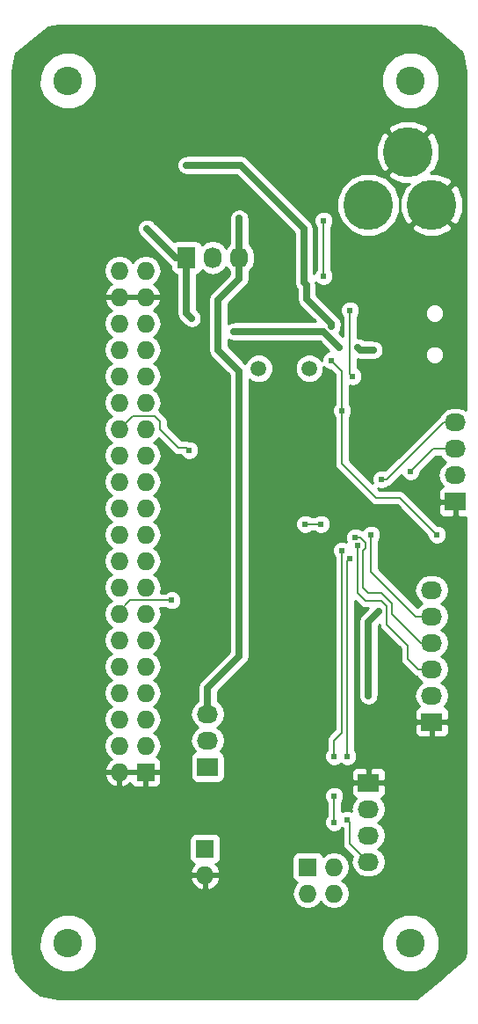
<source format=gbr>
G04 #@! TF.FileFunction,Copper,L2,Bot,Signal*
%FSLAX46Y46*%
G04 Gerber Fmt 4.6, Leading zero omitted, Abs format (unit mm)*
G04 Created by KiCad (PCBNEW (after 2015-mar-04 BZR unknown)-product) date 11/7/2016 11:50:26 AM*
%MOMM*%
G01*
G04 APERTURE LIST*
%ADD10C,0.100000*%
%ADD11R,2.032000X1.727200*%
%ADD12O,2.032000X1.727200*%
%ADD13R,1.727200X1.727200*%
%ADD14O,1.727200X1.727200*%
%ADD15R,1.727200X2.032000*%
%ADD16O,1.727200X2.032000*%
%ADD17C,2.750000*%
%ADD18C,4.800600*%
%ADD19C,1.501140*%
%ADD20C,0.610000*%
%ADD21C,0.203200*%
%ADD22C,0.635000*%
%ADD23C,0.254000*%
G04 APERTURE END LIST*
D10*
D11*
X53340000Y-56515000D03*
D12*
X53340000Y-53975000D03*
X53340000Y-51435000D03*
X53340000Y-48895000D03*
D13*
X29210000Y-89916000D03*
D14*
X29210000Y-92456000D03*
D15*
X27432000Y-33020000D03*
D16*
X29972000Y-33020000D03*
X32512000Y-33020000D03*
D11*
X29464000Y-82042000D03*
D12*
X29464000Y-79502000D03*
X29464000Y-76962000D03*
D17*
X16000000Y-16000000D03*
X49000000Y-16000000D03*
X16000000Y-99000000D03*
X49000000Y-99000000D03*
D18*
X51054000Y-27940000D03*
X44958000Y-27940000D03*
X48768000Y-22860000D03*
D13*
X23495000Y-82550000D03*
D14*
X20955000Y-82550000D03*
X23495000Y-80010000D03*
X20955000Y-80010000D03*
X23495000Y-77470000D03*
X20955000Y-77470000D03*
X23495000Y-74930000D03*
X20955000Y-74930000D03*
X23495000Y-72390000D03*
X20955000Y-72390000D03*
X23495000Y-69850000D03*
X20955000Y-69850000D03*
X23495000Y-67310000D03*
X20955000Y-67310000D03*
X23495000Y-64770000D03*
X20955000Y-64770000D03*
X23495000Y-62230000D03*
X20955000Y-62230000D03*
X23495000Y-59690000D03*
X20955000Y-59690000D03*
X23495000Y-57150000D03*
X20955000Y-57150000D03*
X23495000Y-54610000D03*
X20955000Y-54610000D03*
X23495000Y-52070000D03*
X20955000Y-52070000D03*
X23495000Y-49530000D03*
X20955000Y-49530000D03*
X23495000Y-46990000D03*
X20955000Y-46990000D03*
X23495000Y-44450000D03*
X20955000Y-44450000D03*
X23495000Y-41910000D03*
X20955000Y-41910000D03*
X23495000Y-39370000D03*
X20955000Y-39370000D03*
X23495000Y-36830000D03*
X20955000Y-36830000D03*
X23495000Y-34290000D03*
X20955000Y-34290000D03*
D19*
X34389060Y-43688000D03*
X39270940Y-43688000D03*
D11*
X44958000Y-83566000D03*
D12*
X44958000Y-86106000D03*
X44958000Y-88646000D03*
X44958000Y-91186000D03*
D13*
X39116000Y-91694000D03*
D14*
X41656000Y-91694000D03*
X39116000Y-94234000D03*
X41656000Y-94234000D03*
D11*
X51054000Y-77724000D03*
D12*
X51054000Y-75184000D03*
X51054000Y-72644000D03*
X51054000Y-70104000D03*
X51054000Y-67564000D03*
X51054000Y-65024000D03*
D20*
X39624000Y-63500000D03*
X39878000Y-48768000D03*
X33782000Y-58166000D03*
X33782000Y-59436000D03*
X46228000Y-58420000D03*
X46736000Y-71120000D03*
X35560000Y-85725000D03*
X34290000Y-76200000D03*
X41656000Y-72898000D03*
X39878000Y-72898000D03*
X32766000Y-22860000D03*
X27432000Y-29210000D03*
X26670000Y-49022000D03*
X21082000Y-28194000D03*
X22606000Y-23114000D03*
X43000000Y-17000000D03*
X28448000Y-65024000D03*
X25908000Y-55372000D03*
X49276000Y-50292000D03*
X45720000Y-43180000D03*
X40000000Y-27750000D03*
X30750000Y-28250000D03*
X33000000Y-37250000D03*
X38000000Y-37000000D03*
X49784000Y-34290000D03*
X40386000Y-58674000D03*
X38862000Y-58674000D03*
X40640000Y-34798000D03*
X40640000Y-29464000D03*
X41402000Y-39624000D03*
X41402000Y-42926000D03*
X42418000Y-47752000D03*
X51562000Y-59690000D03*
X27432000Y-24130000D03*
X49022000Y-53594000D03*
X46228000Y-54356000D03*
X42926000Y-81026000D03*
X43180000Y-61976000D03*
X42926000Y-87122000D03*
X41656000Y-81026000D03*
X41656000Y-84836000D03*
X41656000Y-87376000D03*
X42418000Y-61214000D03*
X27686000Y-51562000D03*
X26000000Y-66000000D03*
X43180000Y-38100000D03*
X43434000Y-44450000D03*
X43942000Y-60706000D03*
X43688000Y-59944000D03*
X45212000Y-59690000D03*
X27940000Y-38862000D03*
X32004000Y-40132000D03*
X45466000Y-41910000D03*
X45974000Y-67056000D03*
X44958000Y-75184000D03*
X43942000Y-41656000D03*
X42164000Y-41656000D03*
X23622000Y-30226000D03*
X32500000Y-29250000D03*
D21*
X35560000Y-85725000D02*
X35560000Y-85852000D01*
X38862000Y-58674000D02*
X40386000Y-58674000D01*
X40640000Y-34798000D02*
X40640000Y-29464000D01*
X39116000Y-35814000D02*
X39116000Y-37338000D01*
X39116000Y-37338000D02*
X41402000Y-39624000D01*
X41402000Y-42926000D02*
X42418000Y-43942000D01*
X42418000Y-43942000D02*
X42418000Y-47752000D01*
X42418000Y-52832000D02*
X42418000Y-47752000D01*
X45720000Y-56134000D02*
X42418000Y-52832000D01*
X48006000Y-56134000D02*
X45720000Y-56134000D01*
X51562000Y-59690000D02*
X48006000Y-56134000D01*
X38750000Y-35448000D02*
X39116000Y-35814000D01*
D22*
X32630000Y-24130000D02*
X38750000Y-30250000D01*
X38750000Y-30250000D02*
X38750000Y-35448000D01*
X27432000Y-24130000D02*
X32630000Y-24130000D01*
X41402000Y-39402000D02*
X39000000Y-37000000D01*
X39000000Y-37000000D02*
X39000000Y-35698000D01*
X39000000Y-35698000D02*
X38750000Y-35448000D01*
X41402000Y-39624000D02*
X41402000Y-39402000D01*
D21*
X51181000Y-51435000D02*
X53340000Y-51435000D01*
X49022000Y-53594000D02*
X51181000Y-51435000D01*
X53340000Y-48895000D02*
X52197000Y-48895000D01*
X46736000Y-54356000D02*
X46228000Y-54356000D01*
X52197000Y-48895000D02*
X46736000Y-54356000D01*
X42926000Y-81026000D02*
X42926000Y-62230000D01*
X42926000Y-62230000D02*
X43180000Y-61976000D01*
X43180000Y-89408000D02*
X44958000Y-91186000D01*
X43180000Y-87376000D02*
X43180000Y-89408000D01*
X42926000Y-87122000D02*
X43180000Y-87376000D01*
X41656000Y-87376000D02*
X41656000Y-84836000D01*
X41656000Y-81026000D02*
X41656000Y-79502000D01*
X41656000Y-79502000D02*
X42418000Y-78740000D01*
X42418000Y-78740000D02*
X42418000Y-61214000D01*
X24892000Y-48768000D02*
X24384000Y-48260000D01*
X24384000Y-48260000D02*
X22225000Y-48260000D01*
X22225000Y-48260000D02*
X20955000Y-49530000D01*
X27686000Y-51562000D02*
X27432000Y-51308000D01*
X27432000Y-51308000D02*
X26670000Y-51308000D01*
X26670000Y-51308000D02*
X24892000Y-49530000D01*
X24892000Y-49530000D02*
X24892000Y-48768000D01*
X20955000Y-67045000D02*
X20955000Y-67310000D01*
X26000000Y-66000000D02*
X22000000Y-66000000D01*
X22000000Y-66000000D02*
X20955000Y-67045000D01*
X43180000Y-44196000D02*
X43180000Y-38100000D01*
X43434000Y-44450000D02*
X43180000Y-44196000D01*
X51054000Y-72644000D02*
X49784000Y-72644000D01*
X48768000Y-70358000D02*
X46736000Y-68326000D01*
X48768000Y-71628000D02*
X48768000Y-70358000D01*
X49784000Y-72644000D02*
X48768000Y-71628000D01*
X44704000Y-66040000D02*
X46228000Y-66040000D01*
X43942000Y-65278000D02*
X44704000Y-66040000D01*
X43942000Y-62738000D02*
X43942000Y-65278000D01*
X43942000Y-60706000D02*
X43942000Y-62738000D01*
X46736000Y-66548000D02*
X46228000Y-66040000D01*
X46736000Y-68326000D02*
X46736000Y-66548000D01*
X51054000Y-70104000D02*
X50038000Y-70104000D01*
X50038000Y-70104000D02*
X47244000Y-67310000D01*
X44196000Y-59944000D02*
X43688000Y-59944000D01*
X44704000Y-60452000D02*
X44196000Y-59944000D01*
X44704000Y-60960000D02*
X44704000Y-60452000D01*
X44450000Y-61214000D02*
X44704000Y-60960000D01*
X44450000Y-64770000D02*
X44450000Y-61214000D01*
X44958000Y-65278000D02*
X44450000Y-64770000D01*
X46228000Y-65278000D02*
X44958000Y-65278000D01*
X47244000Y-66294000D02*
X46228000Y-65278000D01*
X47244000Y-67310000D02*
X47244000Y-66294000D01*
X51054000Y-67564000D02*
X49530000Y-67564000D01*
X45212000Y-63246000D02*
X45212000Y-59690000D01*
X49530000Y-67564000D02*
X45212000Y-63246000D01*
X27940000Y-38862000D02*
X27432000Y-38354000D01*
X42164000Y-41656000D02*
X40640000Y-40132000D01*
X44958000Y-68072000D02*
X45974000Y-67056000D01*
D22*
X27432000Y-38354000D02*
X27940000Y-38862000D01*
X27432000Y-33020000D02*
X27432000Y-38354000D01*
X40640000Y-40132000D02*
X42164000Y-41656000D01*
X32004000Y-40132000D02*
X40640000Y-40132000D01*
X44196000Y-41910000D02*
X43942000Y-41656000D01*
X45466000Y-41910000D02*
X44196000Y-41910000D01*
X44958000Y-68072000D02*
X45974000Y-67056000D01*
X44958000Y-75184000D02*
X44958000Y-68072000D01*
X26416000Y-33020000D02*
X23622000Y-30226000D01*
X27432000Y-33020000D02*
X26416000Y-33020000D01*
X32512000Y-29262000D02*
X32500000Y-29250000D01*
X32512000Y-33020000D02*
X32512000Y-29262000D01*
X29464000Y-74422000D02*
X32512000Y-71374000D01*
X32512000Y-71374000D02*
X32512000Y-43942000D01*
X32512000Y-43942000D02*
X30480000Y-41910000D01*
X30480000Y-41910000D02*
X30480000Y-37084000D01*
X30480000Y-37084000D02*
X32512000Y-35052000D01*
X32512000Y-35052000D02*
X32512000Y-33020000D01*
X29464000Y-76962000D02*
X29464000Y-74422000D01*
D23*
G36*
X54315000Y-99932532D02*
X54202224Y-100499495D01*
X53213000Y-101323848D01*
X53213000Y-57854850D01*
X53213000Y-56642000D01*
X51847750Y-56642000D01*
X51689000Y-56800750D01*
X51689000Y-57252291D01*
X51689000Y-57504910D01*
X51785673Y-57738299D01*
X51964302Y-57916927D01*
X52197691Y-58013600D01*
X53054250Y-58013600D01*
X53213000Y-57854850D01*
X53213000Y-101323848D01*
X52737345Y-101720227D01*
X52737345Y-75184000D01*
X52623271Y-74610511D01*
X52298415Y-74124330D01*
X51983634Y-73914000D01*
X52298415Y-73703670D01*
X52623271Y-73217489D01*
X52737345Y-72644000D01*
X52623271Y-72070511D01*
X52298415Y-71584330D01*
X51983634Y-71374000D01*
X52298415Y-71163670D01*
X52623271Y-70677489D01*
X52737345Y-70104000D01*
X52623271Y-69530511D01*
X52298415Y-69044330D01*
X51983634Y-68834000D01*
X52298415Y-68623670D01*
X52623271Y-68137489D01*
X52737345Y-67564000D01*
X52623271Y-66990511D01*
X52298415Y-66504330D01*
X51983634Y-66294000D01*
X52298415Y-66083670D01*
X52623271Y-65597489D01*
X52737345Y-65024000D01*
X52623271Y-64450511D01*
X52298415Y-63964330D01*
X51812234Y-63639474D01*
X51238745Y-63525400D01*
X50869255Y-63525400D01*
X50295766Y-63639474D01*
X49809585Y-63964330D01*
X49484729Y-64450511D01*
X49370655Y-65024000D01*
X49484729Y-65597489D01*
X49809585Y-66083670D01*
X50124365Y-66294000D01*
X49809585Y-66504330D01*
X49690405Y-66682695D01*
X45948600Y-62940890D01*
X45948600Y-60282887D01*
X46008429Y-60223163D01*
X46151837Y-59877798D01*
X46152163Y-59503843D01*
X46009358Y-59158228D01*
X45745163Y-58893571D01*
X45399798Y-58750163D01*
X45025843Y-58749837D01*
X44680228Y-58892642D01*
X44415571Y-59156837D01*
X44379425Y-59243885D01*
X44301919Y-59228468D01*
X44221163Y-59147571D01*
X43875798Y-59004163D01*
X43501843Y-59003837D01*
X43156228Y-59146642D01*
X42891571Y-59410837D01*
X42748163Y-59756202D01*
X42747837Y-60130157D01*
X42849079Y-60375182D01*
X42605798Y-60274163D01*
X42231843Y-60273837D01*
X41886228Y-60416642D01*
X41621571Y-60680837D01*
X41478163Y-61026202D01*
X41477837Y-61400157D01*
X41620642Y-61745772D01*
X41681400Y-61806636D01*
X41681400Y-78434890D01*
X41326163Y-78790127D01*
X41326163Y-58487843D01*
X41183358Y-58142228D01*
X40919163Y-57877571D01*
X40573798Y-57734163D01*
X40199843Y-57733837D01*
X39854228Y-57876642D01*
X39793363Y-57937400D01*
X39454887Y-57937400D01*
X39395163Y-57877571D01*
X39049798Y-57734163D01*
X38675843Y-57733837D01*
X38330228Y-57876642D01*
X38065571Y-58140837D01*
X37922163Y-58486202D01*
X37921837Y-58860157D01*
X38064642Y-59205772D01*
X38328837Y-59470429D01*
X38674202Y-59613837D01*
X39048157Y-59614163D01*
X39393772Y-59471358D01*
X39454636Y-59410600D01*
X39793112Y-59410600D01*
X39852837Y-59470429D01*
X40198202Y-59613837D01*
X40572157Y-59614163D01*
X40917772Y-59471358D01*
X41182429Y-59207163D01*
X41325837Y-58861798D01*
X41326163Y-58487843D01*
X41326163Y-78790127D01*
X41135145Y-78981145D01*
X40975470Y-79220115D01*
X40919400Y-79502000D01*
X40919400Y-80433112D01*
X40859571Y-80492837D01*
X40716163Y-80838202D01*
X40715837Y-81212157D01*
X40858642Y-81557772D01*
X41122837Y-81822429D01*
X41468202Y-81965837D01*
X41842157Y-81966163D01*
X42187772Y-81823358D01*
X42290948Y-81720361D01*
X42392837Y-81822429D01*
X42738202Y-81965837D01*
X43112157Y-81966163D01*
X43457772Y-81823358D01*
X43722429Y-81559163D01*
X43865837Y-81213798D01*
X43866163Y-80839843D01*
X43723358Y-80494228D01*
X43662600Y-80433363D01*
X43662600Y-66040310D01*
X44183145Y-66560855D01*
X44422115Y-66720530D01*
X44422116Y-66720530D01*
X44704000Y-66776600D01*
X44906362Y-66776600D01*
X44284481Y-67398481D01*
X44078005Y-67707494D01*
X44005500Y-68072000D01*
X44005500Y-75184000D01*
X44017944Y-75246563D01*
X44017837Y-75370157D01*
X44065450Y-75485390D01*
X44078005Y-75548506D01*
X44113444Y-75601544D01*
X44160642Y-75715772D01*
X44248730Y-75804014D01*
X44284481Y-75857519D01*
X44337517Y-75892957D01*
X44424837Y-75980429D01*
X44539989Y-76028244D01*
X44593494Y-76063995D01*
X44656055Y-76076439D01*
X44770202Y-76123837D01*
X44894885Y-76123945D01*
X44958000Y-76136500D01*
X45020563Y-76124055D01*
X45144157Y-76124163D01*
X45259390Y-76076549D01*
X45322506Y-76063995D01*
X45375544Y-76028555D01*
X45489772Y-75981358D01*
X45578014Y-75893269D01*
X45631519Y-75857519D01*
X45666957Y-75804482D01*
X45754429Y-75717163D01*
X45802244Y-75602010D01*
X45837995Y-75548506D01*
X45850439Y-75485944D01*
X45897837Y-75371798D01*
X45897945Y-75247114D01*
X45910500Y-75184000D01*
X45910500Y-68466538D01*
X46007967Y-68369070D01*
X46055470Y-68607885D01*
X46215145Y-68846855D01*
X48031400Y-70663110D01*
X48031400Y-71628000D01*
X48087470Y-71909885D01*
X48247145Y-72148855D01*
X49263145Y-73164855D01*
X49502115Y-73324530D01*
X49564549Y-73336948D01*
X49809585Y-73703670D01*
X50124365Y-73914000D01*
X49809585Y-74124330D01*
X49484729Y-74610511D01*
X49370655Y-75184000D01*
X49484729Y-75757489D01*
X49809585Y-76243670D01*
X49831780Y-76258500D01*
X49678302Y-76322073D01*
X49499673Y-76500701D01*
X49403000Y-76734090D01*
X49403000Y-76986709D01*
X49403000Y-77438250D01*
X49561750Y-77597000D01*
X50927000Y-77597000D01*
X50927000Y-77577000D01*
X51181000Y-77577000D01*
X51181000Y-77597000D01*
X52546250Y-77597000D01*
X52705000Y-77438250D01*
X52705000Y-76986709D01*
X52705000Y-76734090D01*
X52608327Y-76500701D01*
X52429698Y-76322073D01*
X52276219Y-76258500D01*
X52298415Y-76243670D01*
X52623271Y-75757489D01*
X52737345Y-75184000D01*
X52737345Y-101720227D01*
X52705000Y-101747181D01*
X52705000Y-78713910D01*
X52705000Y-78461291D01*
X52705000Y-78009750D01*
X52546250Y-77851000D01*
X51181000Y-77851000D01*
X51181000Y-79063850D01*
X51339750Y-79222600D01*
X52196309Y-79222600D01*
X52429698Y-79125927D01*
X52608327Y-78947299D01*
X52705000Y-78713910D01*
X52705000Y-101747181D01*
X51772480Y-102524282D01*
X51772480Y-98451034D01*
X51351358Y-97431839D01*
X50927000Y-97006740D01*
X50927000Y-79063850D01*
X50927000Y-77851000D01*
X49561750Y-77851000D01*
X49403000Y-78009750D01*
X49403000Y-78461291D01*
X49403000Y-78713910D01*
X49499673Y-78947299D01*
X49678302Y-79125927D01*
X49911691Y-79222600D01*
X50768250Y-79222600D01*
X50927000Y-79063850D01*
X50927000Y-97006740D01*
X50572262Y-96651383D01*
X49553804Y-96228482D01*
X48451034Y-96227520D01*
X47431839Y-96648642D01*
X46651383Y-97427738D01*
X46641345Y-97451912D01*
X46641345Y-91186000D01*
X46527271Y-90612511D01*
X46202415Y-90126330D01*
X45887634Y-89916000D01*
X46202415Y-89705670D01*
X46527271Y-89219489D01*
X46641345Y-88646000D01*
X46527271Y-88072511D01*
X46202415Y-87586330D01*
X45887634Y-87376000D01*
X46202415Y-87165670D01*
X46527271Y-86679489D01*
X46641345Y-86106000D01*
X46527271Y-85532511D01*
X46202415Y-85046330D01*
X46180219Y-85031499D01*
X46333698Y-84967927D01*
X46512327Y-84789299D01*
X46609000Y-84555910D01*
X46609000Y-84303291D01*
X46609000Y-83851750D01*
X46609000Y-83280250D01*
X46609000Y-82828709D01*
X46609000Y-82576090D01*
X46512327Y-82342701D01*
X46333698Y-82164073D01*
X46100309Y-82067400D01*
X45243750Y-82067400D01*
X45085000Y-82226150D01*
X45085000Y-83439000D01*
X46450250Y-83439000D01*
X46609000Y-83280250D01*
X46609000Y-83851750D01*
X46450250Y-83693000D01*
X45085000Y-83693000D01*
X45085000Y-83713000D01*
X44831000Y-83713000D01*
X44831000Y-83693000D01*
X44831000Y-83439000D01*
X44831000Y-82226150D01*
X44672250Y-82067400D01*
X43815691Y-82067400D01*
X43582302Y-82164073D01*
X43403673Y-82342701D01*
X43307000Y-82576090D01*
X43307000Y-82828709D01*
X43307000Y-83280250D01*
X43465750Y-83439000D01*
X44831000Y-83439000D01*
X44831000Y-83693000D01*
X43465750Y-83693000D01*
X43307000Y-83851750D01*
X43307000Y-84303291D01*
X43307000Y-84555910D01*
X43403673Y-84789299D01*
X43582302Y-84967927D01*
X43735780Y-85031499D01*
X43713585Y-85046330D01*
X43388729Y-85532511D01*
X43274655Y-86106000D01*
X43305650Y-86261827D01*
X43113798Y-86182163D01*
X42739843Y-86181837D01*
X42394228Y-86324642D01*
X42392600Y-86326267D01*
X42392600Y-85428887D01*
X42452429Y-85369163D01*
X42595837Y-85023798D01*
X42596163Y-84649843D01*
X42453358Y-84304228D01*
X42189163Y-84039571D01*
X41843798Y-83896163D01*
X41469843Y-83895837D01*
X41124228Y-84038642D01*
X40859571Y-84302837D01*
X40716163Y-84648202D01*
X40715837Y-85022157D01*
X40858642Y-85367772D01*
X40919400Y-85428636D01*
X40919400Y-86783112D01*
X40859571Y-86842837D01*
X40716163Y-87188202D01*
X40715837Y-87562157D01*
X40858642Y-87907772D01*
X41122837Y-88172429D01*
X41468202Y-88315837D01*
X41842157Y-88316163D01*
X42187772Y-88173358D01*
X42428367Y-87933182D01*
X42443400Y-87939424D01*
X42443400Y-89408000D01*
X42499470Y-89689885D01*
X42659145Y-89928855D01*
X43381109Y-90650819D01*
X43274655Y-91186000D01*
X43388729Y-91759489D01*
X43713585Y-92245670D01*
X44199766Y-92570526D01*
X44773255Y-92684600D01*
X45142745Y-92684600D01*
X45716234Y-92570526D01*
X46202415Y-92245670D01*
X46527271Y-91759489D01*
X46641345Y-91186000D01*
X46641345Y-97451912D01*
X46228482Y-98446196D01*
X46227520Y-99548966D01*
X46648642Y-100568161D01*
X47427738Y-101348617D01*
X48446196Y-101771518D01*
X49548966Y-101772480D01*
X50568161Y-101351358D01*
X51348617Y-100572262D01*
X51771518Y-99553804D01*
X51772480Y-98451034D01*
X51772480Y-102524282D01*
X49623619Y-104315000D01*
X43183959Y-104315000D01*
X43183959Y-94234000D01*
X43069885Y-93660511D01*
X42745029Y-93174330D01*
X42430248Y-92964000D01*
X42745029Y-92753670D01*
X43069885Y-92267489D01*
X43183959Y-91694000D01*
X43069885Y-91120511D01*
X42745029Y-90634330D01*
X42258848Y-90309474D01*
X41685359Y-90195400D01*
X41626641Y-90195400D01*
X41053152Y-90309474D01*
X40586470Y-90621300D01*
X40580063Y-90588277D01*
X40440273Y-90375473D01*
X40229240Y-90233023D01*
X39979600Y-90182960D01*
X38252400Y-90182960D01*
X38010277Y-90229937D01*
X37797473Y-90369727D01*
X37655023Y-90580760D01*
X37604960Y-90830400D01*
X37604960Y-92557600D01*
X37651937Y-92799723D01*
X37791727Y-93012527D01*
X38002760Y-93154977D01*
X38043659Y-93163179D01*
X38026971Y-93174330D01*
X37702115Y-93660511D01*
X37588041Y-94234000D01*
X37702115Y-94807489D01*
X38026971Y-95293670D01*
X38513152Y-95618526D01*
X39086641Y-95732600D01*
X39145359Y-95732600D01*
X39718848Y-95618526D01*
X40205029Y-95293670D01*
X40386000Y-95022827D01*
X40566971Y-95293670D01*
X41053152Y-95618526D01*
X41626641Y-95732600D01*
X41685359Y-95732600D01*
X42258848Y-95618526D01*
X42745029Y-95293670D01*
X43069885Y-94807489D01*
X43183959Y-94234000D01*
X43183959Y-104315000D01*
X30721040Y-104315000D01*
X30721040Y-90779600D01*
X30721040Y-89052400D01*
X30674063Y-88810277D01*
X30534273Y-88597473D01*
X30323240Y-88455023D01*
X30073600Y-88404960D01*
X28346400Y-88404960D01*
X28104277Y-88451937D01*
X27891473Y-88591727D01*
X27749023Y-88802760D01*
X27698960Y-89052400D01*
X27698960Y-90779600D01*
X27745937Y-91021723D01*
X27885727Y-91234527D01*
X28096760Y-91376977D01*
X28191178Y-91395911D01*
X28003179Y-91567510D01*
X27755032Y-92096973D01*
X27875531Y-92329000D01*
X29083000Y-92329000D01*
X29083000Y-92309000D01*
X29337000Y-92309000D01*
X29337000Y-92329000D01*
X30544469Y-92329000D01*
X30664968Y-92096973D01*
X30416821Y-91567510D01*
X30229736Y-91396746D01*
X30315723Y-91380063D01*
X30528527Y-91240273D01*
X30670977Y-91029240D01*
X30721040Y-90779600D01*
X30721040Y-104315000D01*
X30664968Y-104315000D01*
X30664968Y-92815027D01*
X30544469Y-92583000D01*
X29337000Y-92583000D01*
X29337000Y-93789817D01*
X29569026Y-93910958D01*
X29984947Y-93738688D01*
X30416821Y-93344490D01*
X30664968Y-92815027D01*
X30664968Y-104315000D01*
X29083000Y-104315000D01*
X29083000Y-93789817D01*
X29083000Y-92583000D01*
X27875531Y-92583000D01*
X27755032Y-92815027D01*
X28003179Y-93344490D01*
X28435053Y-93738688D01*
X28850974Y-93910958D01*
X29083000Y-93789817D01*
X29083000Y-104315000D01*
X24993600Y-104315000D01*
X24993600Y-83539910D01*
X24993600Y-83287291D01*
X24993600Y-82835750D01*
X24834850Y-82677000D01*
X23622000Y-82677000D01*
X23622000Y-83889850D01*
X23780750Y-84048600D01*
X24484909Y-84048600D01*
X24718298Y-83951927D01*
X24896927Y-83773299D01*
X24993600Y-83539910D01*
X24993600Y-104315000D01*
X23368000Y-104315000D01*
X23368000Y-83889850D01*
X23368000Y-82677000D01*
X22288817Y-82677000D01*
X22155150Y-82677000D01*
X21082000Y-82677000D01*
X21082000Y-83884469D01*
X21314027Y-84004968D01*
X21843490Y-83756821D01*
X22010471Y-83573880D01*
X22093073Y-83773299D01*
X22271702Y-83951927D01*
X22505091Y-84048600D01*
X23209250Y-84048600D01*
X23368000Y-83889850D01*
X23368000Y-104315000D01*
X20828000Y-104315000D01*
X20828000Y-83884469D01*
X20828000Y-82677000D01*
X19621183Y-82677000D01*
X19500042Y-82909026D01*
X19672312Y-83324947D01*
X20066510Y-83756821D01*
X20595973Y-84004968D01*
X20828000Y-83884469D01*
X20828000Y-104315000D01*
X18772480Y-104315000D01*
X18772480Y-98451034D01*
X18772480Y-15451034D01*
X18351358Y-14431839D01*
X17572262Y-13651383D01*
X16553804Y-13228482D01*
X15451034Y-13227520D01*
X14431839Y-13648642D01*
X13651383Y-14427738D01*
X13228482Y-15446196D01*
X13227520Y-16548966D01*
X13648642Y-17568161D01*
X14427738Y-18348617D01*
X15446196Y-18771518D01*
X16548966Y-18772480D01*
X17568161Y-18351358D01*
X18348617Y-17572262D01*
X18771518Y-16553804D01*
X18772480Y-15451034D01*
X18772480Y-98451034D01*
X18351358Y-97431839D01*
X17572262Y-96651383D01*
X16553804Y-96228482D01*
X15451034Y-96227520D01*
X14431839Y-96648642D01*
X13651383Y-97427738D01*
X13228482Y-98446196D01*
X13227520Y-99548966D01*
X13648642Y-100568161D01*
X14427738Y-101348617D01*
X15446196Y-101771518D01*
X16548966Y-101772480D01*
X17568161Y-101351358D01*
X18348617Y-100572262D01*
X18771518Y-99553804D01*
X18772480Y-98451034D01*
X18772480Y-104315000D01*
X15067467Y-104315000D01*
X13353855Y-103974141D01*
X12750792Y-103571187D01*
X11428813Y-102249208D01*
X11025857Y-101646142D01*
X10685000Y-99932532D01*
X10685000Y-15067467D01*
X11025857Y-13353857D01*
X11042947Y-13328280D01*
X14108647Y-10875721D01*
X15067467Y-10685000D01*
X49932532Y-10685000D01*
X51309190Y-10958834D01*
X53850343Y-13168578D01*
X53974141Y-13353855D01*
X54315000Y-15067467D01*
X54315000Y-47655312D01*
X54098234Y-47510474D01*
X54090369Y-47508909D01*
X54090369Y-28538358D01*
X54088221Y-27330843D01*
X53630257Y-26225221D01*
X53217936Y-25955670D01*
X53038330Y-26135275D01*
X53038330Y-25776064D01*
X52768779Y-25363743D01*
X51804369Y-24966279D01*
X51652358Y-24903631D01*
X50992412Y-24904804D01*
X50931937Y-24844329D01*
X51344257Y-24574779D01*
X51804369Y-23458358D01*
X51802221Y-22250843D01*
X51772480Y-22179041D01*
X51772480Y-15451034D01*
X51351358Y-14431839D01*
X50572262Y-13651383D01*
X49553804Y-13228482D01*
X48451034Y-13227520D01*
X47431839Y-13648642D01*
X46651383Y-14427738D01*
X46228482Y-15446196D01*
X46227520Y-16548966D01*
X46648642Y-17568161D01*
X47427738Y-18348617D01*
X48446196Y-18771518D01*
X49548966Y-18772480D01*
X50568161Y-18351358D01*
X51348617Y-17572262D01*
X51771518Y-16553804D01*
X51772480Y-15451034D01*
X51772480Y-22179041D01*
X51344257Y-21145221D01*
X50931936Y-20875670D01*
X50752330Y-21055275D01*
X50752330Y-20696064D01*
X50482779Y-20283743D01*
X49366358Y-19823631D01*
X48158843Y-19825779D01*
X47053221Y-20283743D01*
X46783670Y-20696064D01*
X48768000Y-22680395D01*
X50752330Y-20696064D01*
X50752330Y-21055275D01*
X48947605Y-22860000D01*
X48961747Y-22874142D01*
X48782142Y-23053747D01*
X48768000Y-23039605D01*
X48588395Y-23219210D01*
X48588395Y-22860000D01*
X46604064Y-20875670D01*
X46191743Y-21145221D01*
X45731631Y-22261642D01*
X45733779Y-23469157D01*
X46191743Y-24574779D01*
X46604064Y-24844330D01*
X48588395Y-22860000D01*
X48588395Y-23219210D01*
X46783670Y-25023936D01*
X47053221Y-25436257D01*
X48169642Y-25896369D01*
X48829586Y-25895194D01*
X48890062Y-25955670D01*
X48477743Y-26225221D01*
X48017631Y-27341642D01*
X48019779Y-28549157D01*
X48477743Y-29654779D01*
X48890064Y-29924330D01*
X50874395Y-27940000D01*
X50860252Y-27925857D01*
X51039857Y-27746252D01*
X51054000Y-27760395D01*
X53038330Y-25776064D01*
X53038330Y-26135275D01*
X51233605Y-27940000D01*
X53217936Y-29924330D01*
X53630257Y-29654779D01*
X54090369Y-28538358D01*
X54090369Y-47508909D01*
X53524745Y-47396400D01*
X53155255Y-47396400D01*
X53038330Y-47419657D01*
X53038330Y-30103936D01*
X51054000Y-28119605D01*
X50874395Y-28299210D01*
X49069670Y-30103936D01*
X49339221Y-30516257D01*
X50455642Y-30976369D01*
X51663157Y-30974221D01*
X52768779Y-30516257D01*
X53038330Y-30103936D01*
X53038330Y-47419657D01*
X52581766Y-47510474D01*
X52235158Y-47742070D01*
X52235158Y-42205784D01*
X52235158Y-38205784D01*
X52096910Y-37871200D01*
X51841147Y-37614989D01*
X51506804Y-37476158D01*
X51144784Y-37475842D01*
X50810200Y-37614090D01*
X50553989Y-37869853D01*
X50415158Y-38204196D01*
X50414842Y-38566216D01*
X50553090Y-38900800D01*
X50808853Y-39157011D01*
X51143196Y-39295842D01*
X51505216Y-39296158D01*
X51839800Y-39157910D01*
X52096011Y-38902147D01*
X52234842Y-38567804D01*
X52235158Y-38205784D01*
X52235158Y-42205784D01*
X52096910Y-41871200D01*
X51841147Y-41614989D01*
X51506804Y-41476158D01*
X51144784Y-41475842D01*
X50810200Y-41614090D01*
X50553989Y-41869853D01*
X50415158Y-42204196D01*
X50414842Y-42566216D01*
X50553090Y-42900800D01*
X50808853Y-43157011D01*
X51143196Y-43295842D01*
X51505216Y-43296158D01*
X51839800Y-43157910D01*
X52096011Y-42902147D01*
X52234842Y-42567804D01*
X52235158Y-42205784D01*
X52235158Y-47742070D01*
X52095585Y-47835330D01*
X51783482Y-48302424D01*
X51676145Y-48374145D01*
X47993826Y-52056463D01*
X47993826Y-27338890D01*
X47532702Y-26222887D01*
X46679604Y-25368298D01*
X45564407Y-24905228D01*
X44356890Y-24904174D01*
X43240887Y-25365298D01*
X42386298Y-26218396D01*
X41923228Y-27333593D01*
X41922174Y-28541110D01*
X42383298Y-29657113D01*
X43236396Y-30511702D01*
X44351593Y-30974772D01*
X45559110Y-30975826D01*
X46675113Y-30514702D01*
X47529702Y-29661604D01*
X47992772Y-28546407D01*
X47993826Y-27338890D01*
X47993826Y-52056463D01*
X46570068Y-53480221D01*
X46415798Y-53416163D01*
X46041843Y-53415837D01*
X45696228Y-53558642D01*
X45431571Y-53822837D01*
X45288163Y-54168202D01*
X45287837Y-54542157D01*
X45370903Y-54743193D01*
X43154600Y-52526890D01*
X43154600Y-48344887D01*
X43214429Y-48285163D01*
X43357837Y-47939798D01*
X43358163Y-47565843D01*
X43215358Y-47220228D01*
X43154600Y-47159363D01*
X43154600Y-45351800D01*
X43246202Y-45389837D01*
X43620157Y-45390163D01*
X43965772Y-45247358D01*
X44230429Y-44983163D01*
X44373837Y-44637798D01*
X44374163Y-44263843D01*
X44231358Y-43918228D01*
X43967163Y-43653571D01*
X43916600Y-43632575D01*
X43916600Y-42806923D01*
X44196000Y-42862500D01*
X45466000Y-42862500D01*
X45528563Y-42850055D01*
X45652157Y-42850163D01*
X45767390Y-42802549D01*
X45830506Y-42789995D01*
X45883544Y-42754555D01*
X45997772Y-42707358D01*
X46086014Y-42619269D01*
X46139519Y-42583519D01*
X46174957Y-42530482D01*
X46262429Y-42443163D01*
X46310244Y-42328010D01*
X46345995Y-42274506D01*
X46358439Y-42211944D01*
X46405837Y-42097798D01*
X46405945Y-41973114D01*
X46418500Y-41910000D01*
X46406055Y-41847436D01*
X46406163Y-41723843D01*
X46358549Y-41608609D01*
X46345995Y-41545494D01*
X46310555Y-41492455D01*
X46263358Y-41378228D01*
X46175269Y-41289985D01*
X46139519Y-41236481D01*
X46086482Y-41201042D01*
X45999163Y-41113571D01*
X45884010Y-41065755D01*
X45830506Y-41030005D01*
X45767944Y-41017560D01*
X45653798Y-40970163D01*
X45529114Y-40970054D01*
X45466000Y-40957500D01*
X44578132Y-40957500D01*
X44562482Y-40947042D01*
X44475163Y-40859571D01*
X44360010Y-40811755D01*
X44306506Y-40776005D01*
X44243944Y-40763560D01*
X44129798Y-40716163D01*
X44005114Y-40716054D01*
X43942000Y-40703500D01*
X43916600Y-40708552D01*
X43916600Y-38692887D01*
X43976429Y-38633163D01*
X44119837Y-38287798D01*
X44120163Y-37913843D01*
X43977358Y-37568228D01*
X43713163Y-37303571D01*
X43367798Y-37160163D01*
X42993843Y-37159837D01*
X42648228Y-37302642D01*
X42383571Y-37566837D01*
X42240163Y-37912202D01*
X42239837Y-38286157D01*
X42382642Y-38631772D01*
X42443400Y-38692636D01*
X42443400Y-40588361D01*
X42106376Y-40251337D01*
X42110957Y-40244482D01*
X42198429Y-40157163D01*
X42246244Y-40042010D01*
X42281995Y-39988506D01*
X42294439Y-39925944D01*
X42341837Y-39811798D01*
X42341945Y-39687114D01*
X42354500Y-39624000D01*
X42354500Y-39402000D01*
X42281995Y-39037494D01*
X42075519Y-38728481D01*
X39952500Y-36605462D01*
X39952500Y-35698000D01*
X39888365Y-35375575D01*
X40106837Y-35594429D01*
X40452202Y-35737837D01*
X40826157Y-35738163D01*
X41171772Y-35595358D01*
X41436429Y-35331163D01*
X41579837Y-34985798D01*
X41580163Y-34611843D01*
X41437358Y-34266228D01*
X41376600Y-34205363D01*
X41376600Y-30056887D01*
X41436429Y-29997163D01*
X41579837Y-29651798D01*
X41580163Y-29277843D01*
X41437358Y-28932228D01*
X41173163Y-28667571D01*
X40827798Y-28524163D01*
X40453843Y-28523837D01*
X40108228Y-28666642D01*
X39843571Y-28930837D01*
X39700163Y-29276202D01*
X39699837Y-29650157D01*
X39842642Y-29995772D01*
X39903400Y-30056636D01*
X39903400Y-34205112D01*
X39843571Y-34264837D01*
X39702500Y-34604573D01*
X39702500Y-30250000D01*
X39629995Y-29885494D01*
X39423519Y-29576481D01*
X33303519Y-23456481D01*
X32994506Y-23250005D01*
X32630000Y-23177500D01*
X27432000Y-23177500D01*
X27369436Y-23189944D01*
X27245843Y-23189837D01*
X27130609Y-23237450D01*
X27067494Y-23250005D01*
X27014455Y-23285444D01*
X26900228Y-23332642D01*
X26811985Y-23420730D01*
X26758481Y-23456481D01*
X26723042Y-23509517D01*
X26635571Y-23596837D01*
X26587755Y-23711989D01*
X26552005Y-23765494D01*
X26539560Y-23828055D01*
X26492163Y-23942202D01*
X26492054Y-24066885D01*
X26479500Y-24130000D01*
X26491944Y-24192563D01*
X26491837Y-24316157D01*
X26539450Y-24431390D01*
X26552005Y-24494506D01*
X26587444Y-24547544D01*
X26634642Y-24661772D01*
X26722730Y-24750014D01*
X26758481Y-24803519D01*
X26811517Y-24838957D01*
X26898837Y-24926429D01*
X27013989Y-24974244D01*
X27067494Y-25009995D01*
X27130055Y-25022439D01*
X27244202Y-25069837D01*
X27368885Y-25069945D01*
X27432000Y-25082500D01*
X32235462Y-25082500D01*
X37797500Y-30644538D01*
X37797500Y-35448000D01*
X37870005Y-35812506D01*
X38047500Y-36078145D01*
X38047500Y-37000000D01*
X38120005Y-37364506D01*
X38326481Y-37673519D01*
X39832462Y-39179500D01*
X32004000Y-39179500D01*
X31941436Y-39191944D01*
X31817843Y-39191837D01*
X31702609Y-39239450D01*
X31639494Y-39252005D01*
X31586455Y-39287444D01*
X31472228Y-39334642D01*
X31432500Y-39374300D01*
X31432500Y-37478538D01*
X33185519Y-35725519D01*
X33391995Y-35416506D01*
X33464500Y-35052000D01*
X33464500Y-34336023D01*
X33571670Y-34264415D01*
X33896526Y-33778234D01*
X34010600Y-33204745D01*
X34010600Y-32835255D01*
X33896526Y-32261766D01*
X33571670Y-31775585D01*
X33464500Y-31703976D01*
X33464500Y-29262000D01*
X33440097Y-29139319D01*
X33440163Y-29063843D01*
X33411086Y-28993471D01*
X33391995Y-28897495D01*
X33391995Y-28897494D01*
X33338103Y-28816840D01*
X33338103Y-28816839D01*
X33297358Y-28718228D01*
X33221314Y-28642051D01*
X33221312Y-28642049D01*
X33185520Y-28588481D01*
X33173519Y-28576481D01*
X33120482Y-28541042D01*
X33033163Y-28453571D01*
X32918010Y-28405755D01*
X32864506Y-28370005D01*
X32801944Y-28357560D01*
X32687798Y-28310163D01*
X32563114Y-28310054D01*
X32500000Y-28297500D01*
X32437436Y-28309944D01*
X32313843Y-28309837D01*
X32198609Y-28357450D01*
X32135494Y-28370005D01*
X32082455Y-28405444D01*
X31968228Y-28452642D01*
X31879985Y-28540730D01*
X31826481Y-28576481D01*
X31791042Y-28629517D01*
X31703571Y-28716837D01*
X31655755Y-28831989D01*
X31620005Y-28885494D01*
X31607560Y-28948055D01*
X31560163Y-29062202D01*
X31560054Y-29186885D01*
X31547500Y-29250000D01*
X31559500Y-29310327D01*
X31559500Y-31703976D01*
X31452330Y-31775585D01*
X31242000Y-32090365D01*
X31031670Y-31775585D01*
X30545489Y-31450729D01*
X29972000Y-31336655D01*
X29398511Y-31450729D01*
X28912330Y-31775585D01*
X28901784Y-31791367D01*
X28896063Y-31761877D01*
X28756273Y-31549073D01*
X28545240Y-31406623D01*
X28295600Y-31356560D01*
X26568400Y-31356560D01*
X26326277Y-31403537D01*
X26217819Y-31474781D01*
X24295519Y-29552481D01*
X24242482Y-29517042D01*
X24155163Y-29429571D01*
X24040010Y-29381755D01*
X23986506Y-29346005D01*
X23923944Y-29333560D01*
X23809798Y-29286163D01*
X23685114Y-29286054D01*
X23622000Y-29273500D01*
X23559436Y-29285944D01*
X23435843Y-29285837D01*
X23320609Y-29333450D01*
X23257494Y-29346005D01*
X23204455Y-29381444D01*
X23090228Y-29428642D01*
X23001985Y-29516730D01*
X22948481Y-29552481D01*
X22913042Y-29605517D01*
X22825571Y-29692837D01*
X22777755Y-29807989D01*
X22742005Y-29861494D01*
X22729560Y-29924055D01*
X22682163Y-30038202D01*
X22682054Y-30162885D01*
X22669500Y-30226000D01*
X22681944Y-30288563D01*
X22681837Y-30412157D01*
X22729450Y-30527390D01*
X22742005Y-30590506D01*
X22777444Y-30643544D01*
X22824642Y-30757772D01*
X22912730Y-30846014D01*
X22948481Y-30899519D01*
X25742481Y-33693519D01*
X25920960Y-33812774D01*
X25920960Y-34036000D01*
X25967937Y-34278123D01*
X26107727Y-34490927D01*
X26318760Y-34633377D01*
X26479500Y-34665611D01*
X26479500Y-38354000D01*
X26552005Y-38718506D01*
X26758481Y-39027519D01*
X27266480Y-39535519D01*
X27319519Y-39570958D01*
X27406837Y-39658429D01*
X27521989Y-39706244D01*
X27575494Y-39741995D01*
X27638054Y-39754439D01*
X27752202Y-39801837D01*
X27876889Y-39801945D01*
X27940000Y-39814499D01*
X28002559Y-39802055D01*
X28126157Y-39802163D01*
X28241392Y-39754548D01*
X28304505Y-39741995D01*
X28357542Y-39706556D01*
X28471772Y-39659358D01*
X28560014Y-39571269D01*
X28613519Y-39535519D01*
X28648956Y-39482482D01*
X28736429Y-39395163D01*
X28784245Y-39280008D01*
X28819995Y-39226505D01*
X28832438Y-39163945D01*
X28879837Y-39049798D01*
X28879945Y-38925110D01*
X28892499Y-38862000D01*
X28880055Y-38799440D01*
X28880163Y-38675843D01*
X28832549Y-38560608D01*
X28819995Y-38497494D01*
X28784555Y-38444454D01*
X28737358Y-38330228D01*
X28649271Y-38241987D01*
X28613519Y-38188480D01*
X28384500Y-37959461D01*
X28384500Y-34666191D01*
X28537723Y-34636463D01*
X28750527Y-34496673D01*
X28892977Y-34285640D01*
X28900718Y-34247037D01*
X28912330Y-34264415D01*
X29398511Y-34589271D01*
X29972000Y-34703345D01*
X30545489Y-34589271D01*
X31031670Y-34264415D01*
X31242000Y-33949634D01*
X31452330Y-34264415D01*
X31559500Y-34336023D01*
X31559500Y-34657462D01*
X29806481Y-36410481D01*
X29600005Y-36719494D01*
X29527500Y-37084000D01*
X29527500Y-41910000D01*
X29600005Y-42274506D01*
X29806481Y-42583519D01*
X31559500Y-44336538D01*
X31559500Y-70979462D01*
X28790481Y-73748481D01*
X28626163Y-73994400D01*
X28626163Y-51375843D01*
X28483358Y-51030228D01*
X28219163Y-50765571D01*
X27873798Y-50622163D01*
X27686383Y-50621999D01*
X27432000Y-50571400D01*
X26975110Y-50571400D01*
X25628600Y-49224890D01*
X25628600Y-48768000D01*
X25572530Y-48486115D01*
X25412855Y-48247145D01*
X24904855Y-47739145D01*
X24826498Y-47686788D01*
X24908885Y-47563489D01*
X25022959Y-46990000D01*
X24908885Y-46416511D01*
X24584029Y-45930330D01*
X24269248Y-45720000D01*
X24584029Y-45509670D01*
X24908885Y-45023489D01*
X25022959Y-44450000D01*
X24908885Y-43876511D01*
X24584029Y-43390330D01*
X24269248Y-43180000D01*
X24584029Y-42969670D01*
X24908885Y-42483489D01*
X25022959Y-41910000D01*
X24908885Y-41336511D01*
X24584029Y-40850330D01*
X24269248Y-40640000D01*
X24584029Y-40429670D01*
X24908885Y-39943489D01*
X25022959Y-39370000D01*
X25022959Y-34290000D01*
X24908885Y-33716511D01*
X24584029Y-33230330D01*
X24097848Y-32905474D01*
X23524359Y-32791400D01*
X23465641Y-32791400D01*
X22892152Y-32905474D01*
X22405971Y-33230330D01*
X22225000Y-33501172D01*
X22044029Y-33230330D01*
X21557848Y-32905474D01*
X20984359Y-32791400D01*
X20925641Y-32791400D01*
X20352152Y-32905474D01*
X19865971Y-33230330D01*
X19541115Y-33716511D01*
X19427041Y-34290000D01*
X19541115Y-34863489D01*
X19865971Y-35349670D01*
X20189228Y-35565663D01*
X20066510Y-35623179D01*
X19672312Y-36055053D01*
X19500042Y-36470974D01*
X19621183Y-36703000D01*
X20828000Y-36703000D01*
X20828000Y-36683000D01*
X21082000Y-36683000D01*
X21082000Y-36703000D01*
X22161183Y-36703000D01*
X22288817Y-36703000D01*
X23368000Y-36703000D01*
X23368000Y-36683000D01*
X23622000Y-36683000D01*
X23622000Y-36703000D01*
X24828817Y-36703000D01*
X24949958Y-36470974D01*
X24777688Y-36055053D01*
X24383490Y-35623179D01*
X24260771Y-35565663D01*
X24584029Y-35349670D01*
X24908885Y-34863489D01*
X25022959Y-34290000D01*
X25022959Y-39370000D01*
X24908885Y-38796511D01*
X24584029Y-38310330D01*
X24260771Y-38094336D01*
X24383490Y-38036821D01*
X24777688Y-37604947D01*
X24949958Y-37189026D01*
X24828817Y-36957000D01*
X23622000Y-36957000D01*
X23622000Y-36977000D01*
X23368000Y-36977000D01*
X23368000Y-36957000D01*
X22288817Y-36957000D01*
X22161183Y-36957000D01*
X21082000Y-36957000D01*
X21082000Y-36977000D01*
X20828000Y-36977000D01*
X20828000Y-36957000D01*
X19621183Y-36957000D01*
X19500042Y-37189026D01*
X19672312Y-37604947D01*
X20066510Y-38036821D01*
X20189228Y-38094336D01*
X19865971Y-38310330D01*
X19541115Y-38796511D01*
X19427041Y-39370000D01*
X19541115Y-39943489D01*
X19865971Y-40429670D01*
X20180751Y-40640000D01*
X19865971Y-40850330D01*
X19541115Y-41336511D01*
X19427041Y-41910000D01*
X19541115Y-42483489D01*
X19865971Y-42969670D01*
X20180751Y-43180000D01*
X19865971Y-43390330D01*
X19541115Y-43876511D01*
X19427041Y-44450000D01*
X19541115Y-45023489D01*
X19865971Y-45509670D01*
X20180751Y-45720000D01*
X19865971Y-45930330D01*
X19541115Y-46416511D01*
X19427041Y-46990000D01*
X19541115Y-47563489D01*
X19865971Y-48049670D01*
X20180751Y-48260000D01*
X19865971Y-48470330D01*
X19541115Y-48956511D01*
X19427041Y-49530000D01*
X19541115Y-50103489D01*
X19865971Y-50589670D01*
X20180751Y-50800000D01*
X19865971Y-51010330D01*
X19541115Y-51496511D01*
X19427041Y-52070000D01*
X19541115Y-52643489D01*
X19865971Y-53129670D01*
X20180751Y-53340000D01*
X19865971Y-53550330D01*
X19541115Y-54036511D01*
X19427041Y-54610000D01*
X19541115Y-55183489D01*
X19865971Y-55669670D01*
X20180751Y-55880000D01*
X19865971Y-56090330D01*
X19541115Y-56576511D01*
X19427041Y-57150000D01*
X19541115Y-57723489D01*
X19865971Y-58209670D01*
X20180751Y-58420000D01*
X19865971Y-58630330D01*
X19541115Y-59116511D01*
X19427041Y-59690000D01*
X19541115Y-60263489D01*
X19865971Y-60749670D01*
X20180751Y-60960000D01*
X19865971Y-61170330D01*
X19541115Y-61656511D01*
X19427041Y-62230000D01*
X19541115Y-62803489D01*
X19865971Y-63289670D01*
X20180751Y-63500000D01*
X19865971Y-63710330D01*
X19541115Y-64196511D01*
X19427041Y-64770000D01*
X19541115Y-65343489D01*
X19865971Y-65829670D01*
X20180751Y-66040000D01*
X19865971Y-66250330D01*
X19541115Y-66736511D01*
X19427041Y-67310000D01*
X19541115Y-67883489D01*
X19865971Y-68369670D01*
X20180751Y-68580000D01*
X19865971Y-68790330D01*
X19541115Y-69276511D01*
X19427041Y-69850000D01*
X19541115Y-70423489D01*
X19865971Y-70909670D01*
X20180751Y-71120000D01*
X19865971Y-71330330D01*
X19541115Y-71816511D01*
X19427041Y-72390000D01*
X19541115Y-72963489D01*
X19865971Y-73449670D01*
X20180751Y-73660000D01*
X19865971Y-73870330D01*
X19541115Y-74356511D01*
X19427041Y-74930000D01*
X19541115Y-75503489D01*
X19865971Y-75989670D01*
X20180751Y-76200000D01*
X19865971Y-76410330D01*
X19541115Y-76896511D01*
X19427041Y-77470000D01*
X19541115Y-78043489D01*
X19865971Y-78529670D01*
X20180751Y-78740000D01*
X19865971Y-78950330D01*
X19541115Y-79436511D01*
X19427041Y-80010000D01*
X19541115Y-80583489D01*
X19865971Y-81069670D01*
X20189228Y-81285663D01*
X20066510Y-81343179D01*
X19672312Y-81775053D01*
X19500042Y-82190974D01*
X19621183Y-82423000D01*
X20828000Y-82423000D01*
X20828000Y-82403000D01*
X21082000Y-82403000D01*
X21082000Y-82423000D01*
X22155150Y-82423000D01*
X22288817Y-82423000D01*
X23368000Y-82423000D01*
X23368000Y-82403000D01*
X23622000Y-82403000D01*
X23622000Y-82423000D01*
X24834850Y-82423000D01*
X24993600Y-82264250D01*
X24993600Y-81812709D01*
X24993600Y-81560090D01*
X24896927Y-81326701D01*
X24718298Y-81148073D01*
X24562976Y-81083736D01*
X24584029Y-81069670D01*
X24908885Y-80583489D01*
X25022959Y-80010000D01*
X24908885Y-79436511D01*
X24584029Y-78950330D01*
X24269248Y-78740000D01*
X24584029Y-78529670D01*
X24908885Y-78043489D01*
X25022959Y-77470000D01*
X24908885Y-76896511D01*
X24584029Y-76410330D01*
X24269248Y-76200000D01*
X24584029Y-75989670D01*
X24908885Y-75503489D01*
X25022959Y-74930000D01*
X24908885Y-74356511D01*
X24584029Y-73870330D01*
X24269248Y-73660000D01*
X24584029Y-73449670D01*
X24908885Y-72963489D01*
X25022959Y-72390000D01*
X24908885Y-71816511D01*
X24584029Y-71330330D01*
X24269248Y-71120000D01*
X24584029Y-70909670D01*
X24908885Y-70423489D01*
X25022959Y-69850000D01*
X24908885Y-69276511D01*
X24584029Y-68790330D01*
X24269248Y-68580000D01*
X24584029Y-68369670D01*
X24908885Y-67883489D01*
X25022959Y-67310000D01*
X24908902Y-66736600D01*
X25407112Y-66736600D01*
X25466837Y-66796429D01*
X25812202Y-66939837D01*
X26186157Y-66940163D01*
X26531772Y-66797358D01*
X26796429Y-66533163D01*
X26939837Y-66187798D01*
X26940163Y-65813843D01*
X26797358Y-65468228D01*
X26533163Y-65203571D01*
X26187798Y-65060163D01*
X25813843Y-65059837D01*
X25468228Y-65202642D01*
X25407363Y-65263400D01*
X24924815Y-65263400D01*
X25022959Y-64770000D01*
X24908885Y-64196511D01*
X24584029Y-63710330D01*
X24269248Y-63500000D01*
X24584029Y-63289670D01*
X24908885Y-62803489D01*
X25022959Y-62230000D01*
X24908885Y-61656511D01*
X24584029Y-61170330D01*
X24269248Y-60960000D01*
X24584029Y-60749670D01*
X24908885Y-60263489D01*
X25022959Y-59690000D01*
X24908885Y-59116511D01*
X24584029Y-58630330D01*
X24269248Y-58420000D01*
X24584029Y-58209670D01*
X24908885Y-57723489D01*
X25022959Y-57150000D01*
X24908885Y-56576511D01*
X24584029Y-56090330D01*
X24269248Y-55880000D01*
X24584029Y-55669670D01*
X24908885Y-55183489D01*
X25022959Y-54610000D01*
X24908885Y-54036511D01*
X24584029Y-53550330D01*
X24269248Y-53340000D01*
X24584029Y-53129670D01*
X24908885Y-52643489D01*
X25022959Y-52070000D01*
X24908885Y-51496511D01*
X24584029Y-51010330D01*
X24269248Y-50800000D01*
X24584029Y-50589670D01*
X24714578Y-50394288D01*
X26149145Y-51828855D01*
X26388115Y-51988530D01*
X26388116Y-51988530D01*
X26670000Y-52044600D01*
X26868324Y-52044600D01*
X26888642Y-52093772D01*
X27152837Y-52358429D01*
X27498202Y-52501837D01*
X27872157Y-52502163D01*
X28217772Y-52359358D01*
X28482429Y-52095163D01*
X28625837Y-51749798D01*
X28626163Y-51375843D01*
X28626163Y-73994400D01*
X28584005Y-74057494D01*
X28511500Y-74422000D01*
X28511500Y-75707278D01*
X28219585Y-75902330D01*
X27894729Y-76388511D01*
X27780655Y-76962000D01*
X27894729Y-77535489D01*
X28219585Y-78021670D01*
X28534365Y-78232000D01*
X28219585Y-78442330D01*
X27894729Y-78928511D01*
X27780655Y-79502000D01*
X27894729Y-80075489D01*
X28219585Y-80561670D01*
X28235367Y-80572215D01*
X28205877Y-80577937D01*
X27993073Y-80717727D01*
X27850623Y-80928760D01*
X27800560Y-81178400D01*
X27800560Y-82905600D01*
X27847537Y-83147723D01*
X27987327Y-83360527D01*
X28198360Y-83502977D01*
X28448000Y-83553040D01*
X30480000Y-83553040D01*
X30722123Y-83506063D01*
X30934927Y-83366273D01*
X31077377Y-83155240D01*
X31127440Y-82905600D01*
X31127440Y-81178400D01*
X31080463Y-80936277D01*
X30940673Y-80723473D01*
X30729640Y-80581023D01*
X30691037Y-80573281D01*
X30708415Y-80561670D01*
X31033271Y-80075489D01*
X31147345Y-79502000D01*
X31033271Y-78928511D01*
X30708415Y-78442330D01*
X30393634Y-78232000D01*
X30708415Y-78021670D01*
X31033271Y-77535489D01*
X31147345Y-76962000D01*
X31033271Y-76388511D01*
X30708415Y-75902330D01*
X30416500Y-75707278D01*
X30416500Y-74816538D01*
X33185519Y-72047519D01*
X33391995Y-71738506D01*
X33464500Y-71374000D01*
X33464500Y-44723028D01*
X33603173Y-44861944D01*
X34112244Y-45073329D01*
X34663458Y-45073810D01*
X35172897Y-44863314D01*
X35563004Y-44473887D01*
X35774389Y-43964816D01*
X35774870Y-43413602D01*
X35564374Y-42904163D01*
X35174947Y-42514056D01*
X34665876Y-42302671D01*
X34114662Y-42302190D01*
X33605223Y-42512686D01*
X33215116Y-42902113D01*
X33098938Y-43181900D01*
X31432500Y-41515462D01*
X31432500Y-40890024D01*
X31470837Y-40928429D01*
X31585989Y-40976244D01*
X31639494Y-41011995D01*
X31702055Y-41024439D01*
X31816202Y-41071837D01*
X31940885Y-41071945D01*
X32004000Y-41084500D01*
X40245461Y-41084500D01*
X41166985Y-42006024D01*
X40870228Y-42128642D01*
X40605571Y-42392837D01*
X40462163Y-42738202D01*
X40461985Y-42942235D01*
X40446254Y-42904163D01*
X40056827Y-42514056D01*
X39547756Y-42302671D01*
X38996542Y-42302190D01*
X38487103Y-42512686D01*
X38096996Y-42902113D01*
X37885611Y-43411184D01*
X37885130Y-43962398D01*
X38095626Y-44471837D01*
X38485053Y-44861944D01*
X38994124Y-45073329D01*
X39545338Y-45073810D01*
X40054777Y-44863314D01*
X40444884Y-44473887D01*
X40656269Y-43964816D01*
X40656665Y-43509886D01*
X40868837Y-43722429D01*
X41214202Y-43865837D01*
X41300201Y-43865911D01*
X41681400Y-44247110D01*
X41681400Y-47159112D01*
X41621571Y-47218837D01*
X41478163Y-47564202D01*
X41477837Y-47938157D01*
X41620642Y-48283772D01*
X41681400Y-48344636D01*
X41681400Y-52832000D01*
X41737470Y-53113885D01*
X41897145Y-53352855D01*
X45199145Y-56654855D01*
X45438115Y-56814530D01*
X45720000Y-56870600D01*
X47700890Y-56870600D01*
X50621910Y-59791620D01*
X50621837Y-59876157D01*
X50764642Y-60221772D01*
X51028837Y-60486429D01*
X51374202Y-60629837D01*
X51748157Y-60630163D01*
X52093772Y-60487358D01*
X52358429Y-60223163D01*
X52501837Y-59877798D01*
X52502163Y-59503843D01*
X52359358Y-59158228D01*
X52095163Y-58893571D01*
X51749798Y-58750163D01*
X51663798Y-58750088D01*
X48526855Y-55613145D01*
X48287885Y-55453470D01*
X48006000Y-55397400D01*
X46025110Y-55397400D01*
X45840711Y-55213001D01*
X46040202Y-55295837D01*
X46414157Y-55296163D01*
X46759772Y-55153358D01*
X46841697Y-55071575D01*
X47017885Y-55036530D01*
X47256855Y-54876855D01*
X48161281Y-53972428D01*
X48224642Y-54125772D01*
X48488837Y-54390429D01*
X48834202Y-54533837D01*
X49208157Y-54534163D01*
X49553772Y-54391358D01*
X49818429Y-54127163D01*
X49961837Y-53781798D01*
X49961911Y-53695798D01*
X51486110Y-52171600D01*
X51879716Y-52171600D01*
X52095585Y-52494670D01*
X52410365Y-52705000D01*
X52095585Y-52915330D01*
X51770729Y-53401511D01*
X51656655Y-53975000D01*
X51770729Y-54548489D01*
X52095585Y-55034670D01*
X52117780Y-55049500D01*
X51964302Y-55113073D01*
X51785673Y-55291701D01*
X51689000Y-55525090D01*
X51689000Y-55777709D01*
X51689000Y-56229250D01*
X51847750Y-56388000D01*
X53213000Y-56388000D01*
X53213000Y-56368000D01*
X53467000Y-56368000D01*
X53467000Y-56388000D01*
X53487000Y-56388000D01*
X53487000Y-56642000D01*
X53467000Y-56642000D01*
X53467000Y-57854850D01*
X53625750Y-58013600D01*
X54315000Y-58013600D01*
X54315000Y-99000000D01*
X54315000Y-99932532D01*
X54315000Y-99932532D01*
G37*
X54315000Y-99932532D02*
X54202224Y-100499495D01*
X53213000Y-101323848D01*
X53213000Y-57854850D01*
X53213000Y-56642000D01*
X51847750Y-56642000D01*
X51689000Y-56800750D01*
X51689000Y-57252291D01*
X51689000Y-57504910D01*
X51785673Y-57738299D01*
X51964302Y-57916927D01*
X52197691Y-58013600D01*
X53054250Y-58013600D01*
X53213000Y-57854850D01*
X53213000Y-101323848D01*
X52737345Y-101720227D01*
X52737345Y-75184000D01*
X52623271Y-74610511D01*
X52298415Y-74124330D01*
X51983634Y-73914000D01*
X52298415Y-73703670D01*
X52623271Y-73217489D01*
X52737345Y-72644000D01*
X52623271Y-72070511D01*
X52298415Y-71584330D01*
X51983634Y-71374000D01*
X52298415Y-71163670D01*
X52623271Y-70677489D01*
X52737345Y-70104000D01*
X52623271Y-69530511D01*
X52298415Y-69044330D01*
X51983634Y-68834000D01*
X52298415Y-68623670D01*
X52623271Y-68137489D01*
X52737345Y-67564000D01*
X52623271Y-66990511D01*
X52298415Y-66504330D01*
X51983634Y-66294000D01*
X52298415Y-66083670D01*
X52623271Y-65597489D01*
X52737345Y-65024000D01*
X52623271Y-64450511D01*
X52298415Y-63964330D01*
X51812234Y-63639474D01*
X51238745Y-63525400D01*
X50869255Y-63525400D01*
X50295766Y-63639474D01*
X49809585Y-63964330D01*
X49484729Y-64450511D01*
X49370655Y-65024000D01*
X49484729Y-65597489D01*
X49809585Y-66083670D01*
X50124365Y-66294000D01*
X49809585Y-66504330D01*
X49690405Y-66682695D01*
X45948600Y-62940890D01*
X45948600Y-60282887D01*
X46008429Y-60223163D01*
X46151837Y-59877798D01*
X46152163Y-59503843D01*
X46009358Y-59158228D01*
X45745163Y-58893571D01*
X45399798Y-58750163D01*
X45025843Y-58749837D01*
X44680228Y-58892642D01*
X44415571Y-59156837D01*
X44379425Y-59243885D01*
X44301919Y-59228468D01*
X44221163Y-59147571D01*
X43875798Y-59004163D01*
X43501843Y-59003837D01*
X43156228Y-59146642D01*
X42891571Y-59410837D01*
X42748163Y-59756202D01*
X42747837Y-60130157D01*
X42849079Y-60375182D01*
X42605798Y-60274163D01*
X42231843Y-60273837D01*
X41886228Y-60416642D01*
X41621571Y-60680837D01*
X41478163Y-61026202D01*
X41477837Y-61400157D01*
X41620642Y-61745772D01*
X41681400Y-61806636D01*
X41681400Y-78434890D01*
X41326163Y-78790127D01*
X41326163Y-58487843D01*
X41183358Y-58142228D01*
X40919163Y-57877571D01*
X40573798Y-57734163D01*
X40199843Y-57733837D01*
X39854228Y-57876642D01*
X39793363Y-57937400D01*
X39454887Y-57937400D01*
X39395163Y-57877571D01*
X39049798Y-57734163D01*
X38675843Y-57733837D01*
X38330228Y-57876642D01*
X38065571Y-58140837D01*
X37922163Y-58486202D01*
X37921837Y-58860157D01*
X38064642Y-59205772D01*
X38328837Y-59470429D01*
X38674202Y-59613837D01*
X39048157Y-59614163D01*
X39393772Y-59471358D01*
X39454636Y-59410600D01*
X39793112Y-59410600D01*
X39852837Y-59470429D01*
X40198202Y-59613837D01*
X40572157Y-59614163D01*
X40917772Y-59471358D01*
X41182429Y-59207163D01*
X41325837Y-58861798D01*
X41326163Y-58487843D01*
X41326163Y-78790127D01*
X41135145Y-78981145D01*
X40975470Y-79220115D01*
X40919400Y-79502000D01*
X40919400Y-80433112D01*
X40859571Y-80492837D01*
X40716163Y-80838202D01*
X40715837Y-81212157D01*
X40858642Y-81557772D01*
X41122837Y-81822429D01*
X41468202Y-81965837D01*
X41842157Y-81966163D01*
X42187772Y-81823358D01*
X42290948Y-81720361D01*
X42392837Y-81822429D01*
X42738202Y-81965837D01*
X43112157Y-81966163D01*
X43457772Y-81823358D01*
X43722429Y-81559163D01*
X43865837Y-81213798D01*
X43866163Y-80839843D01*
X43723358Y-80494228D01*
X43662600Y-80433363D01*
X43662600Y-66040310D01*
X44183145Y-66560855D01*
X44422115Y-66720530D01*
X44422116Y-66720530D01*
X44704000Y-66776600D01*
X44906362Y-66776600D01*
X44284481Y-67398481D01*
X44078005Y-67707494D01*
X44005500Y-68072000D01*
X44005500Y-75184000D01*
X44017944Y-75246563D01*
X44017837Y-75370157D01*
X44065450Y-75485390D01*
X44078005Y-75548506D01*
X44113444Y-75601544D01*
X44160642Y-75715772D01*
X44248730Y-75804014D01*
X44284481Y-75857519D01*
X44337517Y-75892957D01*
X44424837Y-75980429D01*
X44539989Y-76028244D01*
X44593494Y-76063995D01*
X44656055Y-76076439D01*
X44770202Y-76123837D01*
X44894885Y-76123945D01*
X44958000Y-76136500D01*
X45020563Y-76124055D01*
X45144157Y-76124163D01*
X45259390Y-76076549D01*
X45322506Y-76063995D01*
X45375544Y-76028555D01*
X45489772Y-75981358D01*
X45578014Y-75893269D01*
X45631519Y-75857519D01*
X45666957Y-75804482D01*
X45754429Y-75717163D01*
X45802244Y-75602010D01*
X45837995Y-75548506D01*
X45850439Y-75485944D01*
X45897837Y-75371798D01*
X45897945Y-75247114D01*
X45910500Y-75184000D01*
X45910500Y-68466538D01*
X46007967Y-68369070D01*
X46055470Y-68607885D01*
X46215145Y-68846855D01*
X48031400Y-70663110D01*
X48031400Y-71628000D01*
X48087470Y-71909885D01*
X48247145Y-72148855D01*
X49263145Y-73164855D01*
X49502115Y-73324530D01*
X49564549Y-73336948D01*
X49809585Y-73703670D01*
X50124365Y-73914000D01*
X49809585Y-74124330D01*
X49484729Y-74610511D01*
X49370655Y-75184000D01*
X49484729Y-75757489D01*
X49809585Y-76243670D01*
X49831780Y-76258500D01*
X49678302Y-76322073D01*
X49499673Y-76500701D01*
X49403000Y-76734090D01*
X49403000Y-76986709D01*
X49403000Y-77438250D01*
X49561750Y-77597000D01*
X50927000Y-77597000D01*
X50927000Y-77577000D01*
X51181000Y-77577000D01*
X51181000Y-77597000D01*
X52546250Y-77597000D01*
X52705000Y-77438250D01*
X52705000Y-76986709D01*
X52705000Y-76734090D01*
X52608327Y-76500701D01*
X52429698Y-76322073D01*
X52276219Y-76258500D01*
X52298415Y-76243670D01*
X52623271Y-75757489D01*
X52737345Y-75184000D01*
X52737345Y-101720227D01*
X52705000Y-101747181D01*
X52705000Y-78713910D01*
X52705000Y-78461291D01*
X52705000Y-78009750D01*
X52546250Y-77851000D01*
X51181000Y-77851000D01*
X51181000Y-79063850D01*
X51339750Y-79222600D01*
X52196309Y-79222600D01*
X52429698Y-79125927D01*
X52608327Y-78947299D01*
X52705000Y-78713910D01*
X52705000Y-101747181D01*
X51772480Y-102524282D01*
X51772480Y-98451034D01*
X51351358Y-97431839D01*
X50927000Y-97006740D01*
X50927000Y-79063850D01*
X50927000Y-77851000D01*
X49561750Y-77851000D01*
X49403000Y-78009750D01*
X49403000Y-78461291D01*
X49403000Y-78713910D01*
X49499673Y-78947299D01*
X49678302Y-79125927D01*
X49911691Y-79222600D01*
X50768250Y-79222600D01*
X50927000Y-79063850D01*
X50927000Y-97006740D01*
X50572262Y-96651383D01*
X49553804Y-96228482D01*
X48451034Y-96227520D01*
X47431839Y-96648642D01*
X46651383Y-97427738D01*
X46641345Y-97451912D01*
X46641345Y-91186000D01*
X46527271Y-90612511D01*
X46202415Y-90126330D01*
X45887634Y-89916000D01*
X46202415Y-89705670D01*
X46527271Y-89219489D01*
X46641345Y-88646000D01*
X46527271Y-88072511D01*
X46202415Y-87586330D01*
X45887634Y-87376000D01*
X46202415Y-87165670D01*
X46527271Y-86679489D01*
X46641345Y-86106000D01*
X46527271Y-85532511D01*
X46202415Y-85046330D01*
X46180219Y-85031499D01*
X46333698Y-84967927D01*
X46512327Y-84789299D01*
X46609000Y-84555910D01*
X46609000Y-84303291D01*
X46609000Y-83851750D01*
X46609000Y-83280250D01*
X46609000Y-82828709D01*
X46609000Y-82576090D01*
X46512327Y-82342701D01*
X46333698Y-82164073D01*
X46100309Y-82067400D01*
X45243750Y-82067400D01*
X45085000Y-82226150D01*
X45085000Y-83439000D01*
X46450250Y-83439000D01*
X46609000Y-83280250D01*
X46609000Y-83851750D01*
X46450250Y-83693000D01*
X45085000Y-83693000D01*
X45085000Y-83713000D01*
X44831000Y-83713000D01*
X44831000Y-83693000D01*
X44831000Y-83439000D01*
X44831000Y-82226150D01*
X44672250Y-82067400D01*
X43815691Y-82067400D01*
X43582302Y-82164073D01*
X43403673Y-82342701D01*
X43307000Y-82576090D01*
X43307000Y-82828709D01*
X43307000Y-83280250D01*
X43465750Y-83439000D01*
X44831000Y-83439000D01*
X44831000Y-83693000D01*
X43465750Y-83693000D01*
X43307000Y-83851750D01*
X43307000Y-84303291D01*
X43307000Y-84555910D01*
X43403673Y-84789299D01*
X43582302Y-84967927D01*
X43735780Y-85031499D01*
X43713585Y-85046330D01*
X43388729Y-85532511D01*
X43274655Y-86106000D01*
X43305650Y-86261827D01*
X43113798Y-86182163D01*
X42739843Y-86181837D01*
X42394228Y-86324642D01*
X42392600Y-86326267D01*
X42392600Y-85428887D01*
X42452429Y-85369163D01*
X42595837Y-85023798D01*
X42596163Y-84649843D01*
X42453358Y-84304228D01*
X42189163Y-84039571D01*
X41843798Y-83896163D01*
X41469843Y-83895837D01*
X41124228Y-84038642D01*
X40859571Y-84302837D01*
X40716163Y-84648202D01*
X40715837Y-85022157D01*
X40858642Y-85367772D01*
X40919400Y-85428636D01*
X40919400Y-86783112D01*
X40859571Y-86842837D01*
X40716163Y-87188202D01*
X40715837Y-87562157D01*
X40858642Y-87907772D01*
X41122837Y-88172429D01*
X41468202Y-88315837D01*
X41842157Y-88316163D01*
X42187772Y-88173358D01*
X42428367Y-87933182D01*
X42443400Y-87939424D01*
X42443400Y-89408000D01*
X42499470Y-89689885D01*
X42659145Y-89928855D01*
X43381109Y-90650819D01*
X43274655Y-91186000D01*
X43388729Y-91759489D01*
X43713585Y-92245670D01*
X44199766Y-92570526D01*
X44773255Y-92684600D01*
X45142745Y-92684600D01*
X45716234Y-92570526D01*
X46202415Y-92245670D01*
X46527271Y-91759489D01*
X46641345Y-91186000D01*
X46641345Y-97451912D01*
X46228482Y-98446196D01*
X46227520Y-99548966D01*
X46648642Y-100568161D01*
X47427738Y-101348617D01*
X48446196Y-101771518D01*
X49548966Y-101772480D01*
X50568161Y-101351358D01*
X51348617Y-100572262D01*
X51771518Y-99553804D01*
X51772480Y-98451034D01*
X51772480Y-102524282D01*
X49623619Y-104315000D01*
X43183959Y-104315000D01*
X43183959Y-94234000D01*
X43069885Y-93660511D01*
X42745029Y-93174330D01*
X42430248Y-92964000D01*
X42745029Y-92753670D01*
X43069885Y-92267489D01*
X43183959Y-91694000D01*
X43069885Y-91120511D01*
X42745029Y-90634330D01*
X42258848Y-90309474D01*
X41685359Y-90195400D01*
X41626641Y-90195400D01*
X41053152Y-90309474D01*
X40586470Y-90621300D01*
X40580063Y-90588277D01*
X40440273Y-90375473D01*
X40229240Y-90233023D01*
X39979600Y-90182960D01*
X38252400Y-90182960D01*
X38010277Y-90229937D01*
X37797473Y-90369727D01*
X37655023Y-90580760D01*
X37604960Y-90830400D01*
X37604960Y-92557600D01*
X37651937Y-92799723D01*
X37791727Y-93012527D01*
X38002760Y-93154977D01*
X38043659Y-93163179D01*
X38026971Y-93174330D01*
X37702115Y-93660511D01*
X37588041Y-94234000D01*
X37702115Y-94807489D01*
X38026971Y-95293670D01*
X38513152Y-95618526D01*
X39086641Y-95732600D01*
X39145359Y-95732600D01*
X39718848Y-95618526D01*
X40205029Y-95293670D01*
X40386000Y-95022827D01*
X40566971Y-95293670D01*
X41053152Y-95618526D01*
X41626641Y-95732600D01*
X41685359Y-95732600D01*
X42258848Y-95618526D01*
X42745029Y-95293670D01*
X43069885Y-94807489D01*
X43183959Y-94234000D01*
X43183959Y-104315000D01*
X30721040Y-104315000D01*
X30721040Y-90779600D01*
X30721040Y-89052400D01*
X30674063Y-88810277D01*
X30534273Y-88597473D01*
X30323240Y-88455023D01*
X30073600Y-88404960D01*
X28346400Y-88404960D01*
X28104277Y-88451937D01*
X27891473Y-88591727D01*
X27749023Y-88802760D01*
X27698960Y-89052400D01*
X27698960Y-90779600D01*
X27745937Y-91021723D01*
X27885727Y-91234527D01*
X28096760Y-91376977D01*
X28191178Y-91395911D01*
X28003179Y-91567510D01*
X27755032Y-92096973D01*
X27875531Y-92329000D01*
X29083000Y-92329000D01*
X29083000Y-92309000D01*
X29337000Y-92309000D01*
X29337000Y-92329000D01*
X30544469Y-92329000D01*
X30664968Y-92096973D01*
X30416821Y-91567510D01*
X30229736Y-91396746D01*
X30315723Y-91380063D01*
X30528527Y-91240273D01*
X30670977Y-91029240D01*
X30721040Y-90779600D01*
X30721040Y-104315000D01*
X30664968Y-104315000D01*
X30664968Y-92815027D01*
X30544469Y-92583000D01*
X29337000Y-92583000D01*
X29337000Y-93789817D01*
X29569026Y-93910958D01*
X29984947Y-93738688D01*
X30416821Y-93344490D01*
X30664968Y-92815027D01*
X30664968Y-104315000D01*
X29083000Y-104315000D01*
X29083000Y-93789817D01*
X29083000Y-92583000D01*
X27875531Y-92583000D01*
X27755032Y-92815027D01*
X28003179Y-93344490D01*
X28435053Y-93738688D01*
X28850974Y-93910958D01*
X29083000Y-93789817D01*
X29083000Y-104315000D01*
X24993600Y-104315000D01*
X24993600Y-83539910D01*
X24993600Y-83287291D01*
X24993600Y-82835750D01*
X24834850Y-82677000D01*
X23622000Y-82677000D01*
X23622000Y-83889850D01*
X23780750Y-84048600D01*
X24484909Y-84048600D01*
X24718298Y-83951927D01*
X24896927Y-83773299D01*
X24993600Y-83539910D01*
X24993600Y-104315000D01*
X23368000Y-104315000D01*
X23368000Y-83889850D01*
X23368000Y-82677000D01*
X22288817Y-82677000D01*
X22155150Y-82677000D01*
X21082000Y-82677000D01*
X21082000Y-83884469D01*
X21314027Y-84004968D01*
X21843490Y-83756821D01*
X22010471Y-83573880D01*
X22093073Y-83773299D01*
X22271702Y-83951927D01*
X22505091Y-84048600D01*
X23209250Y-84048600D01*
X23368000Y-83889850D01*
X23368000Y-104315000D01*
X20828000Y-104315000D01*
X20828000Y-83884469D01*
X20828000Y-82677000D01*
X19621183Y-82677000D01*
X19500042Y-82909026D01*
X19672312Y-83324947D01*
X20066510Y-83756821D01*
X20595973Y-84004968D01*
X20828000Y-83884469D01*
X20828000Y-104315000D01*
X18772480Y-104315000D01*
X18772480Y-98451034D01*
X18772480Y-15451034D01*
X18351358Y-14431839D01*
X17572262Y-13651383D01*
X16553804Y-13228482D01*
X15451034Y-13227520D01*
X14431839Y-13648642D01*
X13651383Y-14427738D01*
X13228482Y-15446196D01*
X13227520Y-16548966D01*
X13648642Y-17568161D01*
X14427738Y-18348617D01*
X15446196Y-18771518D01*
X16548966Y-18772480D01*
X17568161Y-18351358D01*
X18348617Y-17572262D01*
X18771518Y-16553804D01*
X18772480Y-15451034D01*
X18772480Y-98451034D01*
X18351358Y-97431839D01*
X17572262Y-96651383D01*
X16553804Y-96228482D01*
X15451034Y-96227520D01*
X14431839Y-96648642D01*
X13651383Y-97427738D01*
X13228482Y-98446196D01*
X13227520Y-99548966D01*
X13648642Y-100568161D01*
X14427738Y-101348617D01*
X15446196Y-101771518D01*
X16548966Y-101772480D01*
X17568161Y-101351358D01*
X18348617Y-100572262D01*
X18771518Y-99553804D01*
X18772480Y-98451034D01*
X18772480Y-104315000D01*
X15067467Y-104315000D01*
X13353855Y-103974141D01*
X12750792Y-103571187D01*
X11428813Y-102249208D01*
X11025857Y-101646142D01*
X10685000Y-99932532D01*
X10685000Y-15067467D01*
X11025857Y-13353857D01*
X11042947Y-13328280D01*
X14108647Y-10875721D01*
X15067467Y-10685000D01*
X49932532Y-10685000D01*
X51309190Y-10958834D01*
X53850343Y-13168578D01*
X53974141Y-13353855D01*
X54315000Y-15067467D01*
X54315000Y-47655312D01*
X54098234Y-47510474D01*
X54090369Y-47508909D01*
X54090369Y-28538358D01*
X54088221Y-27330843D01*
X53630257Y-26225221D01*
X53217936Y-25955670D01*
X53038330Y-26135275D01*
X53038330Y-25776064D01*
X52768779Y-25363743D01*
X51804369Y-24966279D01*
X51652358Y-24903631D01*
X50992412Y-24904804D01*
X50931937Y-24844329D01*
X51344257Y-24574779D01*
X51804369Y-23458358D01*
X51802221Y-22250843D01*
X51772480Y-22179041D01*
X51772480Y-15451034D01*
X51351358Y-14431839D01*
X50572262Y-13651383D01*
X49553804Y-13228482D01*
X48451034Y-13227520D01*
X47431839Y-13648642D01*
X46651383Y-14427738D01*
X46228482Y-15446196D01*
X46227520Y-16548966D01*
X46648642Y-17568161D01*
X47427738Y-18348617D01*
X48446196Y-18771518D01*
X49548966Y-18772480D01*
X50568161Y-18351358D01*
X51348617Y-17572262D01*
X51771518Y-16553804D01*
X51772480Y-15451034D01*
X51772480Y-22179041D01*
X51344257Y-21145221D01*
X50931936Y-20875670D01*
X50752330Y-21055275D01*
X50752330Y-20696064D01*
X50482779Y-20283743D01*
X49366358Y-19823631D01*
X48158843Y-19825779D01*
X47053221Y-20283743D01*
X46783670Y-20696064D01*
X48768000Y-22680395D01*
X50752330Y-20696064D01*
X50752330Y-21055275D01*
X48947605Y-22860000D01*
X48961747Y-22874142D01*
X48782142Y-23053747D01*
X48768000Y-23039605D01*
X48588395Y-23219210D01*
X48588395Y-22860000D01*
X46604064Y-20875670D01*
X46191743Y-21145221D01*
X45731631Y-22261642D01*
X45733779Y-23469157D01*
X46191743Y-24574779D01*
X46604064Y-24844330D01*
X48588395Y-22860000D01*
X48588395Y-23219210D01*
X46783670Y-25023936D01*
X47053221Y-25436257D01*
X48169642Y-25896369D01*
X48829586Y-25895194D01*
X48890062Y-25955670D01*
X48477743Y-26225221D01*
X48017631Y-27341642D01*
X48019779Y-28549157D01*
X48477743Y-29654779D01*
X48890064Y-29924330D01*
X50874395Y-27940000D01*
X50860252Y-27925857D01*
X51039857Y-27746252D01*
X51054000Y-27760395D01*
X53038330Y-25776064D01*
X53038330Y-26135275D01*
X51233605Y-27940000D01*
X53217936Y-29924330D01*
X53630257Y-29654779D01*
X54090369Y-28538358D01*
X54090369Y-47508909D01*
X53524745Y-47396400D01*
X53155255Y-47396400D01*
X53038330Y-47419657D01*
X53038330Y-30103936D01*
X51054000Y-28119605D01*
X50874395Y-28299210D01*
X49069670Y-30103936D01*
X49339221Y-30516257D01*
X50455642Y-30976369D01*
X51663157Y-30974221D01*
X52768779Y-30516257D01*
X53038330Y-30103936D01*
X53038330Y-47419657D01*
X52581766Y-47510474D01*
X52235158Y-47742070D01*
X52235158Y-42205784D01*
X52235158Y-38205784D01*
X52096910Y-37871200D01*
X51841147Y-37614989D01*
X51506804Y-37476158D01*
X51144784Y-37475842D01*
X50810200Y-37614090D01*
X50553989Y-37869853D01*
X50415158Y-38204196D01*
X50414842Y-38566216D01*
X50553090Y-38900800D01*
X50808853Y-39157011D01*
X51143196Y-39295842D01*
X51505216Y-39296158D01*
X51839800Y-39157910D01*
X52096011Y-38902147D01*
X52234842Y-38567804D01*
X52235158Y-38205784D01*
X52235158Y-42205784D01*
X52096910Y-41871200D01*
X51841147Y-41614989D01*
X51506804Y-41476158D01*
X51144784Y-41475842D01*
X50810200Y-41614090D01*
X50553989Y-41869853D01*
X50415158Y-42204196D01*
X50414842Y-42566216D01*
X50553090Y-42900800D01*
X50808853Y-43157011D01*
X51143196Y-43295842D01*
X51505216Y-43296158D01*
X51839800Y-43157910D01*
X52096011Y-42902147D01*
X52234842Y-42567804D01*
X52235158Y-42205784D01*
X52235158Y-47742070D01*
X52095585Y-47835330D01*
X51783482Y-48302424D01*
X51676145Y-48374145D01*
X47993826Y-52056463D01*
X47993826Y-27338890D01*
X47532702Y-26222887D01*
X46679604Y-25368298D01*
X45564407Y-24905228D01*
X44356890Y-24904174D01*
X43240887Y-25365298D01*
X42386298Y-26218396D01*
X41923228Y-27333593D01*
X41922174Y-28541110D01*
X42383298Y-29657113D01*
X43236396Y-30511702D01*
X44351593Y-30974772D01*
X45559110Y-30975826D01*
X46675113Y-30514702D01*
X47529702Y-29661604D01*
X47992772Y-28546407D01*
X47993826Y-27338890D01*
X47993826Y-52056463D01*
X46570068Y-53480221D01*
X46415798Y-53416163D01*
X46041843Y-53415837D01*
X45696228Y-53558642D01*
X45431571Y-53822837D01*
X45288163Y-54168202D01*
X45287837Y-54542157D01*
X45370903Y-54743193D01*
X43154600Y-52526890D01*
X43154600Y-48344887D01*
X43214429Y-48285163D01*
X43357837Y-47939798D01*
X43358163Y-47565843D01*
X43215358Y-47220228D01*
X43154600Y-47159363D01*
X43154600Y-45351800D01*
X43246202Y-45389837D01*
X43620157Y-45390163D01*
X43965772Y-45247358D01*
X44230429Y-44983163D01*
X44373837Y-44637798D01*
X44374163Y-44263843D01*
X44231358Y-43918228D01*
X43967163Y-43653571D01*
X43916600Y-43632575D01*
X43916600Y-42806923D01*
X44196000Y-42862500D01*
X45466000Y-42862500D01*
X45528563Y-42850055D01*
X45652157Y-42850163D01*
X45767390Y-42802549D01*
X45830506Y-42789995D01*
X45883544Y-42754555D01*
X45997772Y-42707358D01*
X46086014Y-42619269D01*
X46139519Y-42583519D01*
X46174957Y-42530482D01*
X46262429Y-42443163D01*
X46310244Y-42328010D01*
X46345995Y-42274506D01*
X46358439Y-42211944D01*
X46405837Y-42097798D01*
X46405945Y-41973114D01*
X46418500Y-41910000D01*
X46406055Y-41847436D01*
X46406163Y-41723843D01*
X46358549Y-41608609D01*
X46345995Y-41545494D01*
X46310555Y-41492455D01*
X46263358Y-41378228D01*
X46175269Y-41289985D01*
X46139519Y-41236481D01*
X46086482Y-41201042D01*
X45999163Y-41113571D01*
X45884010Y-41065755D01*
X45830506Y-41030005D01*
X45767944Y-41017560D01*
X45653798Y-40970163D01*
X45529114Y-40970054D01*
X45466000Y-40957500D01*
X44578132Y-40957500D01*
X44562482Y-40947042D01*
X44475163Y-40859571D01*
X44360010Y-40811755D01*
X44306506Y-40776005D01*
X44243944Y-40763560D01*
X44129798Y-40716163D01*
X44005114Y-40716054D01*
X43942000Y-40703500D01*
X43916600Y-40708552D01*
X43916600Y-38692887D01*
X43976429Y-38633163D01*
X44119837Y-38287798D01*
X44120163Y-37913843D01*
X43977358Y-37568228D01*
X43713163Y-37303571D01*
X43367798Y-37160163D01*
X42993843Y-37159837D01*
X42648228Y-37302642D01*
X42383571Y-37566837D01*
X42240163Y-37912202D01*
X42239837Y-38286157D01*
X42382642Y-38631772D01*
X42443400Y-38692636D01*
X42443400Y-40588361D01*
X42106376Y-40251337D01*
X42110957Y-40244482D01*
X42198429Y-40157163D01*
X42246244Y-40042010D01*
X42281995Y-39988506D01*
X42294439Y-39925944D01*
X42341837Y-39811798D01*
X42341945Y-39687114D01*
X42354500Y-39624000D01*
X42354500Y-39402000D01*
X42281995Y-39037494D01*
X42075519Y-38728481D01*
X39952500Y-36605462D01*
X39952500Y-35698000D01*
X39888365Y-35375575D01*
X40106837Y-35594429D01*
X40452202Y-35737837D01*
X40826157Y-35738163D01*
X41171772Y-35595358D01*
X41436429Y-35331163D01*
X41579837Y-34985798D01*
X41580163Y-34611843D01*
X41437358Y-34266228D01*
X41376600Y-34205363D01*
X41376600Y-30056887D01*
X41436429Y-29997163D01*
X41579837Y-29651798D01*
X41580163Y-29277843D01*
X41437358Y-28932228D01*
X41173163Y-28667571D01*
X40827798Y-28524163D01*
X40453843Y-28523837D01*
X40108228Y-28666642D01*
X39843571Y-28930837D01*
X39700163Y-29276202D01*
X39699837Y-29650157D01*
X39842642Y-29995772D01*
X39903400Y-30056636D01*
X39903400Y-34205112D01*
X39843571Y-34264837D01*
X39702500Y-34604573D01*
X39702500Y-30250000D01*
X39629995Y-29885494D01*
X39423519Y-29576481D01*
X33303519Y-23456481D01*
X32994506Y-23250005D01*
X32630000Y-23177500D01*
X27432000Y-23177500D01*
X27369436Y-23189944D01*
X27245843Y-23189837D01*
X27130609Y-23237450D01*
X27067494Y-23250005D01*
X27014455Y-23285444D01*
X26900228Y-23332642D01*
X26811985Y-23420730D01*
X26758481Y-23456481D01*
X26723042Y-23509517D01*
X26635571Y-23596837D01*
X26587755Y-23711989D01*
X26552005Y-23765494D01*
X26539560Y-23828055D01*
X26492163Y-23942202D01*
X26492054Y-24066885D01*
X26479500Y-24130000D01*
X26491944Y-24192563D01*
X26491837Y-24316157D01*
X26539450Y-24431390D01*
X26552005Y-24494506D01*
X26587444Y-24547544D01*
X26634642Y-24661772D01*
X26722730Y-24750014D01*
X26758481Y-24803519D01*
X26811517Y-24838957D01*
X26898837Y-24926429D01*
X27013989Y-24974244D01*
X27067494Y-25009995D01*
X27130055Y-25022439D01*
X27244202Y-25069837D01*
X27368885Y-25069945D01*
X27432000Y-25082500D01*
X32235462Y-25082500D01*
X37797500Y-30644538D01*
X37797500Y-35448000D01*
X37870005Y-35812506D01*
X38047500Y-36078145D01*
X38047500Y-37000000D01*
X38120005Y-37364506D01*
X38326481Y-37673519D01*
X39832462Y-39179500D01*
X32004000Y-39179500D01*
X31941436Y-39191944D01*
X31817843Y-39191837D01*
X31702609Y-39239450D01*
X31639494Y-39252005D01*
X31586455Y-39287444D01*
X31472228Y-39334642D01*
X31432500Y-39374300D01*
X31432500Y-37478538D01*
X33185519Y-35725519D01*
X33391995Y-35416506D01*
X33464500Y-35052000D01*
X33464500Y-34336023D01*
X33571670Y-34264415D01*
X33896526Y-33778234D01*
X34010600Y-33204745D01*
X34010600Y-32835255D01*
X33896526Y-32261766D01*
X33571670Y-31775585D01*
X33464500Y-31703976D01*
X33464500Y-29262000D01*
X33440097Y-29139319D01*
X33440163Y-29063843D01*
X33411086Y-28993471D01*
X33391995Y-28897495D01*
X33391995Y-28897494D01*
X33338103Y-28816840D01*
X33338103Y-28816839D01*
X33297358Y-28718228D01*
X33221314Y-28642051D01*
X33221312Y-28642049D01*
X33185520Y-28588481D01*
X33173519Y-28576481D01*
X33120482Y-28541042D01*
X33033163Y-28453571D01*
X32918010Y-28405755D01*
X32864506Y-28370005D01*
X32801944Y-28357560D01*
X32687798Y-28310163D01*
X32563114Y-28310054D01*
X32500000Y-28297500D01*
X32437436Y-28309944D01*
X32313843Y-28309837D01*
X32198609Y-28357450D01*
X32135494Y-28370005D01*
X32082455Y-28405444D01*
X31968228Y-28452642D01*
X31879985Y-28540730D01*
X31826481Y-28576481D01*
X31791042Y-28629517D01*
X31703571Y-28716837D01*
X31655755Y-28831989D01*
X31620005Y-28885494D01*
X31607560Y-28948055D01*
X31560163Y-29062202D01*
X31560054Y-29186885D01*
X31547500Y-29250000D01*
X31559500Y-29310327D01*
X31559500Y-31703976D01*
X31452330Y-31775585D01*
X31242000Y-32090365D01*
X31031670Y-31775585D01*
X30545489Y-31450729D01*
X29972000Y-31336655D01*
X29398511Y-31450729D01*
X28912330Y-31775585D01*
X28901784Y-31791367D01*
X28896063Y-31761877D01*
X28756273Y-31549073D01*
X28545240Y-31406623D01*
X28295600Y-31356560D01*
X26568400Y-31356560D01*
X26326277Y-31403537D01*
X26217819Y-31474781D01*
X24295519Y-29552481D01*
X24242482Y-29517042D01*
X24155163Y-29429571D01*
X24040010Y-29381755D01*
X23986506Y-29346005D01*
X23923944Y-29333560D01*
X23809798Y-29286163D01*
X23685114Y-29286054D01*
X23622000Y-29273500D01*
X23559436Y-29285944D01*
X23435843Y-29285837D01*
X23320609Y-29333450D01*
X23257494Y-29346005D01*
X23204455Y-29381444D01*
X23090228Y-29428642D01*
X23001985Y-29516730D01*
X22948481Y-29552481D01*
X22913042Y-29605517D01*
X22825571Y-29692837D01*
X22777755Y-29807989D01*
X22742005Y-29861494D01*
X22729560Y-29924055D01*
X22682163Y-30038202D01*
X22682054Y-30162885D01*
X22669500Y-30226000D01*
X22681944Y-30288563D01*
X22681837Y-30412157D01*
X22729450Y-30527390D01*
X22742005Y-30590506D01*
X22777444Y-30643544D01*
X22824642Y-30757772D01*
X22912730Y-30846014D01*
X22948481Y-30899519D01*
X25742481Y-33693519D01*
X25920960Y-33812774D01*
X25920960Y-34036000D01*
X25967937Y-34278123D01*
X26107727Y-34490927D01*
X26318760Y-34633377D01*
X26479500Y-34665611D01*
X26479500Y-38354000D01*
X26552005Y-38718506D01*
X26758481Y-39027519D01*
X27266480Y-39535519D01*
X27319519Y-39570958D01*
X27406837Y-39658429D01*
X27521989Y-39706244D01*
X27575494Y-39741995D01*
X27638054Y-39754439D01*
X27752202Y-39801837D01*
X27876889Y-39801945D01*
X27940000Y-39814499D01*
X28002559Y-39802055D01*
X28126157Y-39802163D01*
X28241392Y-39754548D01*
X28304505Y-39741995D01*
X28357542Y-39706556D01*
X28471772Y-39659358D01*
X28560014Y-39571269D01*
X28613519Y-39535519D01*
X28648956Y-39482482D01*
X28736429Y-39395163D01*
X28784245Y-39280008D01*
X28819995Y-39226505D01*
X28832438Y-39163945D01*
X28879837Y-39049798D01*
X28879945Y-38925110D01*
X28892499Y-38862000D01*
X28880055Y-38799440D01*
X28880163Y-38675843D01*
X28832549Y-38560608D01*
X28819995Y-38497494D01*
X28784555Y-38444454D01*
X28737358Y-38330228D01*
X28649271Y-38241987D01*
X28613519Y-38188480D01*
X28384500Y-37959461D01*
X28384500Y-34666191D01*
X28537723Y-34636463D01*
X28750527Y-34496673D01*
X28892977Y-34285640D01*
X28900718Y-34247037D01*
X28912330Y-34264415D01*
X29398511Y-34589271D01*
X29972000Y-34703345D01*
X30545489Y-34589271D01*
X31031670Y-34264415D01*
X31242000Y-33949634D01*
X31452330Y-34264415D01*
X31559500Y-34336023D01*
X31559500Y-34657462D01*
X29806481Y-36410481D01*
X29600005Y-36719494D01*
X29527500Y-37084000D01*
X29527500Y-41910000D01*
X29600005Y-42274506D01*
X29806481Y-42583519D01*
X31559500Y-44336538D01*
X31559500Y-70979462D01*
X28790481Y-73748481D01*
X28626163Y-73994400D01*
X28626163Y-51375843D01*
X28483358Y-51030228D01*
X28219163Y-50765571D01*
X27873798Y-50622163D01*
X27686383Y-50621999D01*
X27432000Y-50571400D01*
X26975110Y-50571400D01*
X25628600Y-49224890D01*
X25628600Y-48768000D01*
X25572530Y-48486115D01*
X25412855Y-48247145D01*
X24904855Y-47739145D01*
X24826498Y-47686788D01*
X24908885Y-47563489D01*
X25022959Y-46990000D01*
X24908885Y-46416511D01*
X24584029Y-45930330D01*
X24269248Y-45720000D01*
X24584029Y-45509670D01*
X24908885Y-45023489D01*
X25022959Y-44450000D01*
X24908885Y-43876511D01*
X24584029Y-43390330D01*
X24269248Y-43180000D01*
X24584029Y-42969670D01*
X24908885Y-42483489D01*
X25022959Y-41910000D01*
X24908885Y-41336511D01*
X24584029Y-40850330D01*
X24269248Y-40640000D01*
X24584029Y-40429670D01*
X24908885Y-39943489D01*
X25022959Y-39370000D01*
X25022959Y-34290000D01*
X24908885Y-33716511D01*
X24584029Y-33230330D01*
X24097848Y-32905474D01*
X23524359Y-32791400D01*
X23465641Y-32791400D01*
X22892152Y-32905474D01*
X22405971Y-33230330D01*
X22225000Y-33501172D01*
X22044029Y-33230330D01*
X21557848Y-32905474D01*
X20984359Y-32791400D01*
X20925641Y-32791400D01*
X20352152Y-32905474D01*
X19865971Y-33230330D01*
X19541115Y-33716511D01*
X19427041Y-34290000D01*
X19541115Y-34863489D01*
X19865971Y-35349670D01*
X20189228Y-35565663D01*
X20066510Y-35623179D01*
X19672312Y-36055053D01*
X19500042Y-36470974D01*
X19621183Y-36703000D01*
X20828000Y-36703000D01*
X20828000Y-36683000D01*
X21082000Y-36683000D01*
X21082000Y-36703000D01*
X22161183Y-36703000D01*
X22288817Y-36703000D01*
X23368000Y-36703000D01*
X23368000Y-36683000D01*
X23622000Y-36683000D01*
X23622000Y-36703000D01*
X24828817Y-36703000D01*
X24949958Y-36470974D01*
X24777688Y-36055053D01*
X24383490Y-35623179D01*
X24260771Y-35565663D01*
X24584029Y-35349670D01*
X24908885Y-34863489D01*
X25022959Y-34290000D01*
X25022959Y-39370000D01*
X24908885Y-38796511D01*
X24584029Y-38310330D01*
X24260771Y-38094336D01*
X24383490Y-38036821D01*
X24777688Y-37604947D01*
X24949958Y-37189026D01*
X24828817Y-36957000D01*
X23622000Y-36957000D01*
X23622000Y-36977000D01*
X23368000Y-36977000D01*
X23368000Y-36957000D01*
X22288817Y-36957000D01*
X22161183Y-36957000D01*
X21082000Y-36957000D01*
X21082000Y-36977000D01*
X20828000Y-36977000D01*
X20828000Y-36957000D01*
X19621183Y-36957000D01*
X19500042Y-37189026D01*
X19672312Y-37604947D01*
X20066510Y-38036821D01*
X20189228Y-38094336D01*
X19865971Y-38310330D01*
X19541115Y-38796511D01*
X19427041Y-39370000D01*
X19541115Y-39943489D01*
X19865971Y-40429670D01*
X20180751Y-40640000D01*
X19865971Y-40850330D01*
X19541115Y-41336511D01*
X19427041Y-41910000D01*
X19541115Y-42483489D01*
X19865971Y-42969670D01*
X20180751Y-43180000D01*
X19865971Y-43390330D01*
X19541115Y-43876511D01*
X19427041Y-44450000D01*
X19541115Y-45023489D01*
X19865971Y-45509670D01*
X20180751Y-45720000D01*
X19865971Y-45930330D01*
X19541115Y-46416511D01*
X19427041Y-46990000D01*
X19541115Y-47563489D01*
X19865971Y-48049670D01*
X20180751Y-48260000D01*
X19865971Y-48470330D01*
X19541115Y-48956511D01*
X19427041Y-49530000D01*
X19541115Y-50103489D01*
X19865971Y-50589670D01*
X20180751Y-50800000D01*
X19865971Y-51010330D01*
X19541115Y-51496511D01*
X19427041Y-52070000D01*
X19541115Y-52643489D01*
X19865971Y-53129670D01*
X20180751Y-53340000D01*
X19865971Y-53550330D01*
X19541115Y-54036511D01*
X19427041Y-54610000D01*
X19541115Y-55183489D01*
X19865971Y-55669670D01*
X20180751Y-55880000D01*
X19865971Y-56090330D01*
X19541115Y-56576511D01*
X19427041Y-57150000D01*
X19541115Y-57723489D01*
X19865971Y-58209670D01*
X20180751Y-58420000D01*
X19865971Y-58630330D01*
X19541115Y-59116511D01*
X19427041Y-59690000D01*
X19541115Y-60263489D01*
X19865971Y-60749670D01*
X20180751Y-60960000D01*
X19865971Y-61170330D01*
X19541115Y-61656511D01*
X19427041Y-62230000D01*
X19541115Y-62803489D01*
X19865971Y-63289670D01*
X20180751Y-63500000D01*
X19865971Y-63710330D01*
X19541115Y-64196511D01*
X19427041Y-64770000D01*
X19541115Y-65343489D01*
X19865971Y-65829670D01*
X20180751Y-66040000D01*
X19865971Y-66250330D01*
X19541115Y-66736511D01*
X19427041Y-67310000D01*
X19541115Y-67883489D01*
X19865971Y-68369670D01*
X20180751Y-68580000D01*
X19865971Y-68790330D01*
X19541115Y-69276511D01*
X19427041Y-69850000D01*
X19541115Y-70423489D01*
X19865971Y-70909670D01*
X20180751Y-71120000D01*
X19865971Y-71330330D01*
X19541115Y-71816511D01*
X19427041Y-72390000D01*
X19541115Y-72963489D01*
X19865971Y-73449670D01*
X20180751Y-73660000D01*
X19865971Y-73870330D01*
X19541115Y-74356511D01*
X19427041Y-74930000D01*
X19541115Y-75503489D01*
X19865971Y-75989670D01*
X20180751Y-76200000D01*
X19865971Y-76410330D01*
X19541115Y-76896511D01*
X19427041Y-77470000D01*
X19541115Y-78043489D01*
X19865971Y-78529670D01*
X20180751Y-78740000D01*
X19865971Y-78950330D01*
X19541115Y-79436511D01*
X19427041Y-80010000D01*
X19541115Y-80583489D01*
X19865971Y-81069670D01*
X20189228Y-81285663D01*
X20066510Y-81343179D01*
X19672312Y-81775053D01*
X19500042Y-82190974D01*
X19621183Y-82423000D01*
X20828000Y-82423000D01*
X20828000Y-82403000D01*
X21082000Y-82403000D01*
X21082000Y-82423000D01*
X22155150Y-82423000D01*
X22288817Y-82423000D01*
X23368000Y-82423000D01*
X23368000Y-82403000D01*
X23622000Y-82403000D01*
X23622000Y-82423000D01*
X24834850Y-82423000D01*
X24993600Y-82264250D01*
X24993600Y-81812709D01*
X24993600Y-81560090D01*
X24896927Y-81326701D01*
X24718298Y-81148073D01*
X24562976Y-81083736D01*
X24584029Y-81069670D01*
X24908885Y-80583489D01*
X25022959Y-80010000D01*
X24908885Y-79436511D01*
X24584029Y-78950330D01*
X24269248Y-78740000D01*
X24584029Y-78529670D01*
X24908885Y-78043489D01*
X25022959Y-77470000D01*
X24908885Y-76896511D01*
X24584029Y-76410330D01*
X24269248Y-76200000D01*
X24584029Y-75989670D01*
X24908885Y-75503489D01*
X25022959Y-74930000D01*
X24908885Y-74356511D01*
X24584029Y-73870330D01*
X24269248Y-73660000D01*
X24584029Y-73449670D01*
X24908885Y-72963489D01*
X25022959Y-72390000D01*
X24908885Y-71816511D01*
X24584029Y-71330330D01*
X24269248Y-71120000D01*
X24584029Y-70909670D01*
X24908885Y-70423489D01*
X25022959Y-69850000D01*
X24908885Y-69276511D01*
X24584029Y-68790330D01*
X24269248Y-68580000D01*
X24584029Y-68369670D01*
X24908885Y-67883489D01*
X25022959Y-67310000D01*
X24908902Y-66736600D01*
X25407112Y-66736600D01*
X25466837Y-66796429D01*
X25812202Y-66939837D01*
X26186157Y-66940163D01*
X26531772Y-66797358D01*
X26796429Y-66533163D01*
X26939837Y-66187798D01*
X26940163Y-65813843D01*
X26797358Y-65468228D01*
X26533163Y-65203571D01*
X26187798Y-65060163D01*
X25813843Y-65059837D01*
X25468228Y-65202642D01*
X25407363Y-65263400D01*
X24924815Y-65263400D01*
X25022959Y-64770000D01*
X24908885Y-64196511D01*
X24584029Y-63710330D01*
X24269248Y-63500000D01*
X24584029Y-63289670D01*
X24908885Y-62803489D01*
X25022959Y-62230000D01*
X24908885Y-61656511D01*
X24584029Y-61170330D01*
X24269248Y-60960000D01*
X24584029Y-60749670D01*
X24908885Y-60263489D01*
X25022959Y-59690000D01*
X24908885Y-59116511D01*
X24584029Y-58630330D01*
X24269248Y-58420000D01*
X24584029Y-58209670D01*
X24908885Y-57723489D01*
X25022959Y-57150000D01*
X24908885Y-56576511D01*
X24584029Y-56090330D01*
X24269248Y-55880000D01*
X24584029Y-55669670D01*
X24908885Y-55183489D01*
X25022959Y-54610000D01*
X24908885Y-54036511D01*
X24584029Y-53550330D01*
X24269248Y-53340000D01*
X24584029Y-53129670D01*
X24908885Y-52643489D01*
X25022959Y-52070000D01*
X24908885Y-51496511D01*
X24584029Y-51010330D01*
X24269248Y-50800000D01*
X24584029Y-50589670D01*
X24714578Y-50394288D01*
X26149145Y-51828855D01*
X26388115Y-51988530D01*
X26388116Y-51988530D01*
X26670000Y-52044600D01*
X26868324Y-52044600D01*
X26888642Y-52093772D01*
X27152837Y-52358429D01*
X27498202Y-52501837D01*
X27872157Y-52502163D01*
X28217772Y-52359358D01*
X28482429Y-52095163D01*
X28625837Y-51749798D01*
X28626163Y-51375843D01*
X28626163Y-73994400D01*
X28584005Y-74057494D01*
X28511500Y-74422000D01*
X28511500Y-75707278D01*
X28219585Y-75902330D01*
X27894729Y-76388511D01*
X27780655Y-76962000D01*
X27894729Y-77535489D01*
X28219585Y-78021670D01*
X28534365Y-78232000D01*
X28219585Y-78442330D01*
X27894729Y-78928511D01*
X27780655Y-79502000D01*
X27894729Y-80075489D01*
X28219585Y-80561670D01*
X28235367Y-80572215D01*
X28205877Y-80577937D01*
X27993073Y-80717727D01*
X27850623Y-80928760D01*
X27800560Y-81178400D01*
X27800560Y-82905600D01*
X27847537Y-83147723D01*
X27987327Y-83360527D01*
X28198360Y-83502977D01*
X28448000Y-83553040D01*
X30480000Y-83553040D01*
X30722123Y-83506063D01*
X30934927Y-83366273D01*
X31077377Y-83155240D01*
X31127440Y-82905600D01*
X31127440Y-81178400D01*
X31080463Y-80936277D01*
X30940673Y-80723473D01*
X30729640Y-80581023D01*
X30691037Y-80573281D01*
X30708415Y-80561670D01*
X31033271Y-80075489D01*
X31147345Y-79502000D01*
X31033271Y-78928511D01*
X30708415Y-78442330D01*
X30393634Y-78232000D01*
X30708415Y-78021670D01*
X31033271Y-77535489D01*
X31147345Y-76962000D01*
X31033271Y-76388511D01*
X30708415Y-75902330D01*
X30416500Y-75707278D01*
X30416500Y-74816538D01*
X33185519Y-72047519D01*
X33391995Y-71738506D01*
X33464500Y-71374000D01*
X33464500Y-44723028D01*
X33603173Y-44861944D01*
X34112244Y-45073329D01*
X34663458Y-45073810D01*
X35172897Y-44863314D01*
X35563004Y-44473887D01*
X35774389Y-43964816D01*
X35774870Y-43413602D01*
X35564374Y-42904163D01*
X35174947Y-42514056D01*
X34665876Y-42302671D01*
X34114662Y-42302190D01*
X33605223Y-42512686D01*
X33215116Y-42902113D01*
X33098938Y-43181900D01*
X31432500Y-41515462D01*
X31432500Y-40890024D01*
X31470837Y-40928429D01*
X31585989Y-40976244D01*
X31639494Y-41011995D01*
X31702055Y-41024439D01*
X31816202Y-41071837D01*
X31940885Y-41071945D01*
X32004000Y-41084500D01*
X40245461Y-41084500D01*
X41166985Y-42006024D01*
X40870228Y-42128642D01*
X40605571Y-42392837D01*
X40462163Y-42738202D01*
X40461985Y-42942235D01*
X40446254Y-42904163D01*
X40056827Y-42514056D01*
X39547756Y-42302671D01*
X38996542Y-42302190D01*
X38487103Y-42512686D01*
X38096996Y-42902113D01*
X37885611Y-43411184D01*
X37885130Y-43962398D01*
X38095626Y-44471837D01*
X38485053Y-44861944D01*
X38994124Y-45073329D01*
X39545338Y-45073810D01*
X40054777Y-44863314D01*
X40444884Y-44473887D01*
X40656269Y-43964816D01*
X40656665Y-43509886D01*
X40868837Y-43722429D01*
X41214202Y-43865837D01*
X41300201Y-43865911D01*
X41681400Y-44247110D01*
X41681400Y-47159112D01*
X41621571Y-47218837D01*
X41478163Y-47564202D01*
X41477837Y-47938157D01*
X41620642Y-48283772D01*
X41681400Y-48344636D01*
X41681400Y-52832000D01*
X41737470Y-53113885D01*
X41897145Y-53352855D01*
X45199145Y-56654855D01*
X45438115Y-56814530D01*
X45720000Y-56870600D01*
X47700890Y-56870600D01*
X50621910Y-59791620D01*
X50621837Y-59876157D01*
X50764642Y-60221772D01*
X51028837Y-60486429D01*
X51374202Y-60629837D01*
X51748157Y-60630163D01*
X52093772Y-60487358D01*
X52358429Y-60223163D01*
X52501837Y-59877798D01*
X52502163Y-59503843D01*
X52359358Y-59158228D01*
X52095163Y-58893571D01*
X51749798Y-58750163D01*
X51663798Y-58750088D01*
X48526855Y-55613145D01*
X48287885Y-55453470D01*
X48006000Y-55397400D01*
X46025110Y-55397400D01*
X45840711Y-55213001D01*
X46040202Y-55295837D01*
X46414157Y-55296163D01*
X46759772Y-55153358D01*
X46841697Y-55071575D01*
X47017885Y-55036530D01*
X47256855Y-54876855D01*
X48161281Y-53972428D01*
X48224642Y-54125772D01*
X48488837Y-54390429D01*
X48834202Y-54533837D01*
X49208157Y-54534163D01*
X49553772Y-54391358D01*
X49818429Y-54127163D01*
X49961837Y-53781798D01*
X49961911Y-53695798D01*
X51486110Y-52171600D01*
X51879716Y-52171600D01*
X52095585Y-52494670D01*
X52410365Y-52705000D01*
X52095585Y-52915330D01*
X51770729Y-53401511D01*
X51656655Y-53975000D01*
X51770729Y-54548489D01*
X52095585Y-55034670D01*
X52117780Y-55049500D01*
X51964302Y-55113073D01*
X51785673Y-55291701D01*
X51689000Y-55525090D01*
X51689000Y-55777709D01*
X51689000Y-56229250D01*
X51847750Y-56388000D01*
X53213000Y-56388000D01*
X53213000Y-56368000D01*
X53467000Y-56368000D01*
X53467000Y-56388000D01*
X53487000Y-56388000D01*
X53487000Y-56642000D01*
X53467000Y-56642000D01*
X53467000Y-57854850D01*
X53625750Y-58013600D01*
X54315000Y-58013600D01*
X54315000Y-99000000D01*
X54315000Y-99932532D01*
M02*

</source>
